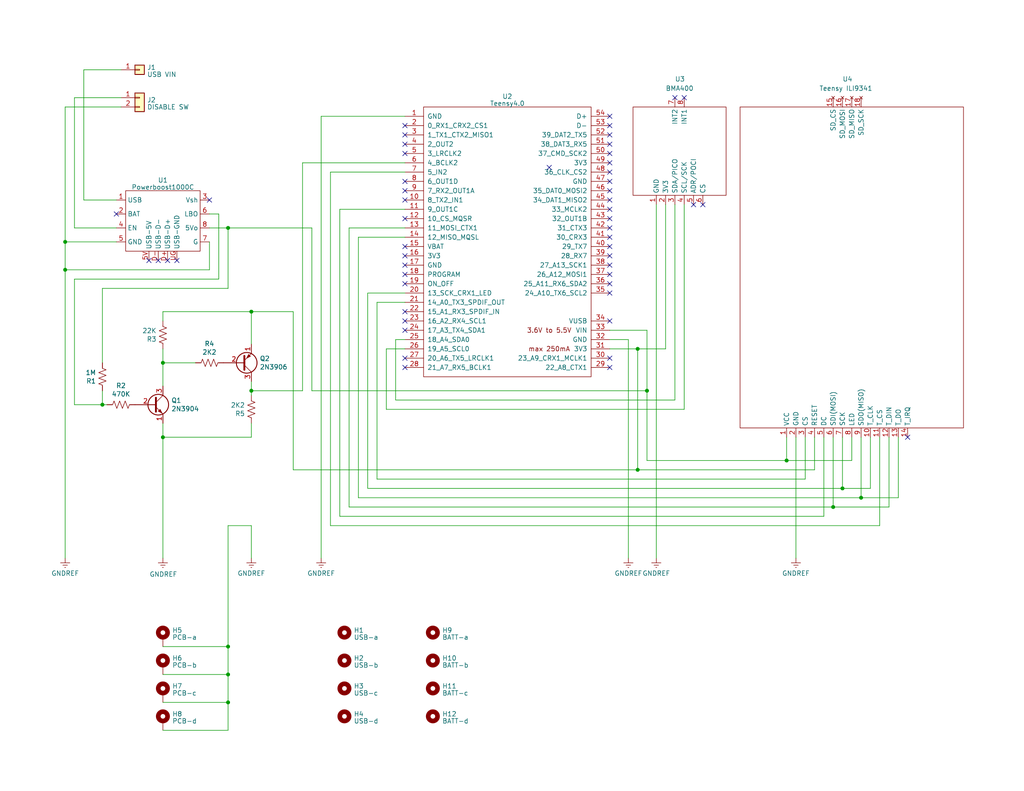
<source format=kicad_sch>
(kicad_sch (version 20230121) (generator eeschema)

  (uuid 40e83549-3702-4fa9-b9ab-1c775b6c5471)

  (paper "USLetter")

  (lib_symbols
    (symbol "Connector_Generic:Conn_01x01" (pin_names (offset 1.016) hide) (in_bom yes) (on_board yes)
      (property "Reference" "J" (at 0 2.54 0)
        (effects (font (size 1.27 1.27)))
      )
      (property "Value" "Conn_01x01" (at 0 -2.54 0)
        (effects (font (size 1.27 1.27)))
      )
      (property "Footprint" "" (at 0 0 0)
        (effects (font (size 1.27 1.27)) hide)
      )
      (property "Datasheet" "~" (at 0 0 0)
        (effects (font (size 1.27 1.27)) hide)
      )
      (property "ki_keywords" "connector" (at 0 0 0)
        (effects (font (size 1.27 1.27)) hide)
      )
      (property "ki_description" "Generic connector, single row, 01x01, script generated (kicad-library-utils/schlib/autogen/connector/)" (at 0 0 0)
        (effects (font (size 1.27 1.27)) hide)
      )
      (property "ki_fp_filters" "Connector*:*_1x??_*" (at 0 0 0)
        (effects (font (size 1.27 1.27)) hide)
      )
      (symbol "Conn_01x01_1_1"
        (rectangle (start -1.27 0.127) (end 0 -0.127)
          (stroke (width 0.1524) (type default))
          (fill (type none))
        )
        (rectangle (start -1.27 1.27) (end 1.27 -1.27)
          (stroke (width 0.254) (type default))
          (fill (type background))
        )
        (pin passive line (at -5.08 0 0) (length 3.81)
          (name "Pin_1" (effects (font (size 1.27 1.27))))
          (number "1" (effects (font (size 1.27 1.27))))
        )
      )
    )
    (symbol "Connector_Generic:Conn_01x02" (pin_names (offset 1.016) hide) (in_bom yes) (on_board yes)
      (property "Reference" "J" (at 0 2.54 0)
        (effects (font (size 1.27 1.27)))
      )
      (property "Value" "Conn_01x02" (at 0 -5.08 0)
        (effects (font (size 1.27 1.27)))
      )
      (property "Footprint" "" (at 0 0 0)
        (effects (font (size 1.27 1.27)) hide)
      )
      (property "Datasheet" "~" (at 0 0 0)
        (effects (font (size 1.27 1.27)) hide)
      )
      (property "ki_keywords" "connector" (at 0 0 0)
        (effects (font (size 1.27 1.27)) hide)
      )
      (property "ki_description" "Generic connector, single row, 01x02, script generated (kicad-library-utils/schlib/autogen/connector/)" (at 0 0 0)
        (effects (font (size 1.27 1.27)) hide)
      )
      (property "ki_fp_filters" "Connector*:*_1x??_*" (at 0 0 0)
        (effects (font (size 1.27 1.27)) hide)
      )
      (symbol "Conn_01x02_1_1"
        (rectangle (start -1.27 -2.413) (end 0 -2.667)
          (stroke (width 0.1524) (type default))
          (fill (type none))
        )
        (rectangle (start -1.27 0.127) (end 0 -0.127)
          (stroke (width 0.1524) (type default))
          (fill (type none))
        )
        (rectangle (start -1.27 1.27) (end 1.27 -3.81)
          (stroke (width 0.254) (type default))
          (fill (type background))
        )
        (pin passive line (at -5.08 0 0) (length 3.81)
          (name "Pin_1" (effects (font (size 1.27 1.27))))
          (number "1" (effects (font (size 1.27 1.27))))
        )
        (pin passive line (at -5.08 -2.54 0) (length 3.81)
          (name "Pin_2" (effects (font (size 1.27 1.27))))
          (number "2" (effects (font (size 1.27 1.27))))
        )
      )
    )
    (symbol "Device:R_US" (pin_numbers hide) (pin_names (offset 0)) (in_bom yes) (on_board yes)
      (property "Reference" "R" (at 2.54 0 90)
        (effects (font (size 1.27 1.27)))
      )
      (property "Value" "R_US" (at -2.54 0 90)
        (effects (font (size 1.27 1.27)))
      )
      (property "Footprint" "" (at 1.016 -0.254 90)
        (effects (font (size 1.27 1.27)) hide)
      )
      (property "Datasheet" "~" (at 0 0 0)
        (effects (font (size 1.27 1.27)) hide)
      )
      (property "ki_keywords" "R res resistor" (at 0 0 0)
        (effects (font (size 1.27 1.27)) hide)
      )
      (property "ki_description" "Resistor, US symbol" (at 0 0 0)
        (effects (font (size 1.27 1.27)) hide)
      )
      (property "ki_fp_filters" "R_*" (at 0 0 0)
        (effects (font (size 1.27 1.27)) hide)
      )
      (symbol "R_US_0_1"
        (polyline
          (pts
            (xy 0 -2.286)
            (xy 0 -2.54)
          )
          (stroke (width 0) (type default))
          (fill (type none))
        )
        (polyline
          (pts
            (xy 0 2.286)
            (xy 0 2.54)
          )
          (stroke (width 0) (type default))
          (fill (type none))
        )
        (polyline
          (pts
            (xy 0 -0.762)
            (xy 1.016 -1.143)
            (xy 0 -1.524)
            (xy -1.016 -1.905)
            (xy 0 -2.286)
          )
          (stroke (width 0) (type default))
          (fill (type none))
        )
        (polyline
          (pts
            (xy 0 0.762)
            (xy 1.016 0.381)
            (xy 0 0)
            (xy -1.016 -0.381)
            (xy 0 -0.762)
          )
          (stroke (width 0) (type default))
          (fill (type none))
        )
        (polyline
          (pts
            (xy 0 2.286)
            (xy 1.016 1.905)
            (xy 0 1.524)
            (xy -1.016 1.143)
            (xy 0 0.762)
          )
          (stroke (width 0) (type default))
          (fill (type none))
        )
      )
      (symbol "R_US_1_1"
        (pin passive line (at 0 3.81 270) (length 1.27)
          (name "~" (effects (font (size 1.27 1.27))))
          (number "1" (effects (font (size 1.27 1.27))))
        )
        (pin passive line (at 0 -3.81 90) (length 1.27)
          (name "~" (effects (font (size 1.27 1.27))))
          (number "2" (effects (font (size 1.27 1.27))))
        )
      )
    )
    (symbol "MJC:BMA400" (in_bom yes) (on_board yes)
      (property "Reference" "U" (at -17.78 -15.24 0)
        (effects (font (size 1.27 1.27)))
      )
      (property "Value" "BMA400" (at -17.78 -17.78 0)
        (effects (font (size 1.27 1.27)))
      )
      (property "Footprint" "" (at -17.78 -16.51 0)
        (effects (font (size 1.27 1.27)) hide)
      )
      (property "Datasheet" "" (at -17.78 -16.51 0)
        (effects (font (size 1.27 1.27)) hide)
      )
      (symbol "BMA400_0_1"
        (rectangle (start -12.7 -3.81) (end 12.7 -27.94)
          (stroke (width 0) (type default))
          (fill (type none))
        )
      )
      (symbol "BMA400_1_1"
        (pin power_in line (at -6.35 -30.48 90) (length 2.54)
          (name "GND" (effects (font (size 1.27 1.27))))
          (number "1" (effects (font (size 1.27 1.27))))
        )
        (pin power_in line (at -3.81 -30.48 90) (length 2.54)
          (name "3V3" (effects (font (size 1.27 1.27))))
          (number "2" (effects (font (size 1.27 1.27))))
        )
        (pin bidirectional line (at -1.27 -30.48 90) (length 2.54)
          (name "SDA/PICO" (effects (font (size 1.27 1.27))))
          (number "3" (effects (font (size 1.27 1.27))))
        )
        (pin input line (at 1.27 -30.48 90) (length 2.54)
          (name "SCL/SCK" (effects (font (size 1.27 1.27))))
          (number "4" (effects (font (size 1.27 1.27))))
        )
        (pin input line (at 3.81 -30.48 90) (length 2.54)
          (name "ADR/POCI" (effects (font (size 1.27 1.27))))
          (number "5" (effects (font (size 1.27 1.27))))
        )
        (pin input line (at 6.35 -30.48 90) (length 2.54)
          (name "CS" (effects (font (size 1.27 1.27))))
          (number "6" (effects (font (size 1.27 1.27))))
        )
        (pin output line (at -1.27 -1.27 270) (length 2.54)
          (name "INT2" (effects (font (size 1.27 1.27))))
          (number "7" (effects (font (size 1.27 1.27))))
        )
        (pin output line (at 1.27 -1.27 270) (length 2.54)
          (name "INT1" (effects (font (size 1.27 1.27))))
          (number "8" (effects (font (size 1.27 1.27))))
        )
      )
    )
    (symbol "MJC:Powerboost1000C" (in_bom yes) (on_board yes)
      (property "Reference" "U" (at 0 17.78 0)
        (effects (font (size 1.27 1.27)))
      )
      (property "Value" "Powerboost1000C" (at 0 15.0114 0)
        (effects (font (size 1.27 1.27)))
      )
      (property "Footprint" "" (at 0 16.51 0)
        (effects (font (size 1.27 1.27)) hide)
      )
      (property "Datasheet" "" (at 0 16.51 0)
        (effects (font (size 1.27 1.27)) hide)
      )
      (symbol "Powerboost1000C_0_1"
        (rectangle (start 10.16 12.7) (end -10.16 -3.81)
          (stroke (width 0) (type solid))
          (fill (type none))
        )
      )
      (symbol "Powerboost1000C_1_1"
        (pin power_in line (at -12.7 10.16 0) (length 2.54)
          (name "USB" (effects (font (size 1.27 1.27))))
          (number "1" (effects (font (size 1.27 1.27))))
        )
        (pin power_in line (at -12.7 6.35 0) (length 2.54)
          (name "BAT" (effects (font (size 1.27 1.27))))
          (number "2" (effects (font (size 1.27 1.27))))
        )
        (pin passive line (at 12.7 10.16 180) (length 2.54)
          (name "Vsh" (effects (font (size 1.27 1.27))))
          (number "3" (effects (font (size 1.27 1.27))))
        )
        (pin input line (at -12.7 2.54 0) (length 2.54)
          (name "EN" (effects (font (size 1.27 1.27))))
          (number "4" (effects (font (size 1.27 1.27))))
        )
        (pin passive line (at -12.7 -1.27 0) (length 2.54)
          (name "GND" (effects (font (size 1.27 1.27))))
          (number "5" (effects (font (size 1.27 1.27))))
        )
        (pin passive line (at -3.81 -6.35 90) (length 2.54)
          (name "USB-5V" (effects (font (size 1.27 1.27))))
          (number "5V" (effects (font (size 1.27 1.27))))
        )
        (pin output line (at 12.7 6.35 180) (length 2.54)
          (name "LBO" (effects (font (size 1.27 1.27))))
          (number "6" (effects (font (size 1.27 1.27))))
        )
        (pin passive line (at 12.7 -1.27 180) (length 2.54)
          (name "G" (effects (font (size 1.27 1.27))))
          (number "7" (effects (font (size 1.27 1.27))))
        )
        (pin power_out line (at 12.7 2.54 180) (length 2.54)
          (name "5Vo" (effects (font (size 1.27 1.27))))
          (number "8" (effects (font (size 1.27 1.27))))
        )
        (pin passive line (at 1.27 -6.35 90) (length 2.54)
          (name "USB-D+" (effects (font (size 1.27 1.27))))
          (number "D+" (effects (font (size 1.27 1.27))))
        )
        (pin passive line (at -1.27 -6.35 90) (length 2.54)
          (name "USB-D-" (effects (font (size 1.27 1.27))))
          (number "D-" (effects (font (size 1.27 1.27))))
        )
        (pin passive line (at 3.81 -6.35 90) (length 2.54)
          (name "USB-GND" (effects (font (size 1.27 1.27))))
          (number "UG" (effects (font (size 1.27 1.27))))
        )
      )
    )
    (symbol "Mechanical:MountingHole" (pin_names (offset 1.016)) (in_bom yes) (on_board yes)
      (property "Reference" "H" (at 0 5.08 0)
        (effects (font (size 1.27 1.27)))
      )
      (property "Value" "MountingHole" (at 0 3.175 0)
        (effects (font (size 1.27 1.27)))
      )
      (property "Footprint" "" (at 0 0 0)
        (effects (font (size 1.27 1.27)) hide)
      )
      (property "Datasheet" "~" (at 0 0 0)
        (effects (font (size 1.27 1.27)) hide)
      )
      (property "ki_keywords" "mounting hole" (at 0 0 0)
        (effects (font (size 1.27 1.27)) hide)
      )
      (property "ki_description" "Mounting Hole without connection" (at 0 0 0)
        (effects (font (size 1.27 1.27)) hide)
      )
      (property "ki_fp_filters" "MountingHole*" (at 0 0 0)
        (effects (font (size 1.27 1.27)) hide)
      )
      (symbol "MountingHole_0_1"
        (circle (center 0 0) (radius 1.27)
          (stroke (width 1.27) (type default))
          (fill (type none))
        )
      )
    )
    (symbol "Mechanical:MountingHole_Pad" (pin_numbers hide) (pin_names (offset 1.016) hide) (in_bom yes) (on_board yes)
      (property "Reference" "H" (at 0 6.35 0)
        (effects (font (size 1.27 1.27)))
      )
      (property "Value" "MountingHole_Pad" (at 0 4.445 0)
        (effects (font (size 1.27 1.27)))
      )
      (property "Footprint" "" (at 0 0 0)
        (effects (font (size 1.27 1.27)) hide)
      )
      (property "Datasheet" "~" (at 0 0 0)
        (effects (font (size 1.27 1.27)) hide)
      )
      (property "ki_keywords" "mounting hole" (at 0 0 0)
        (effects (font (size 1.27 1.27)) hide)
      )
      (property "ki_description" "Mounting Hole with connection" (at 0 0 0)
        (effects (font (size 1.27 1.27)) hide)
      )
      (property "ki_fp_filters" "MountingHole*Pad*" (at 0 0 0)
        (effects (font (size 1.27 1.27)) hide)
      )
      (symbol "MountingHole_Pad_0_1"
        (circle (center 0 1.27) (radius 1.27)
          (stroke (width 1.27) (type default))
          (fill (type none))
        )
      )
      (symbol "MountingHole_Pad_1_1"
        (pin input line (at 0 -2.54 90) (length 2.54)
          (name "1" (effects (font (size 1.27 1.27))))
          (number "1" (effects (font (size 1.27 1.27))))
        )
      )
    )
    (symbol "Transistor_BJT:2N3904" (pin_names (offset 0) hide) (in_bom yes) (on_board yes)
      (property "Reference" "Q" (at 5.08 1.905 0)
        (effects (font (size 1.27 1.27)) (justify left))
      )
      (property "Value" "2N3904" (at 5.08 0 0)
        (effects (font (size 1.27 1.27)) (justify left))
      )
      (property "Footprint" "Package_TO_SOT_THT:TO-92_Inline" (at 5.08 -1.905 0)
        (effects (font (size 1.27 1.27) italic) (justify left) hide)
      )
      (property "Datasheet" "https://www.onsemi.com/pub/Collateral/2N3903-D.PDF" (at 0 0 0)
        (effects (font (size 1.27 1.27)) (justify left) hide)
      )
      (property "ki_keywords" "NPN Transistor" (at 0 0 0)
        (effects (font (size 1.27 1.27)) hide)
      )
      (property "ki_description" "0.2A Ic, 40V Vce, Small Signal NPN Transistor, TO-92" (at 0 0 0)
        (effects (font (size 1.27 1.27)) hide)
      )
      (property "ki_fp_filters" "TO?92*" (at 0 0 0)
        (effects (font (size 1.27 1.27)) hide)
      )
      (symbol "2N3904_0_1"
        (polyline
          (pts
            (xy 0.635 0.635)
            (xy 2.54 2.54)
          )
          (stroke (width 0) (type default))
          (fill (type none))
        )
        (polyline
          (pts
            (xy 0.635 -0.635)
            (xy 2.54 -2.54)
            (xy 2.54 -2.54)
          )
          (stroke (width 0) (type default))
          (fill (type none))
        )
        (polyline
          (pts
            (xy 0.635 1.905)
            (xy 0.635 -1.905)
            (xy 0.635 -1.905)
          )
          (stroke (width 0.508) (type default))
          (fill (type none))
        )
        (polyline
          (pts
            (xy 1.27 -1.778)
            (xy 1.778 -1.27)
            (xy 2.286 -2.286)
            (xy 1.27 -1.778)
            (xy 1.27 -1.778)
          )
          (stroke (width 0) (type default))
          (fill (type outline))
        )
        (circle (center 1.27 0) (radius 2.8194)
          (stroke (width 0.254) (type default))
          (fill (type none))
        )
      )
      (symbol "2N3904_1_1"
        (pin passive line (at 2.54 -5.08 90) (length 2.54)
          (name "E" (effects (font (size 1.27 1.27))))
          (number "1" (effects (font (size 1.27 1.27))))
        )
        (pin passive line (at -5.08 0 0) (length 5.715)
          (name "B" (effects (font (size 1.27 1.27))))
          (number "2" (effects (font (size 1.27 1.27))))
        )
        (pin passive line (at 2.54 5.08 270) (length 2.54)
          (name "C" (effects (font (size 1.27 1.27))))
          (number "3" (effects (font (size 1.27 1.27))))
        )
      )
    )
    (symbol "Transistor_BJT:2N3906" (pin_names (offset 0) hide) (in_bom yes) (on_board yes)
      (property "Reference" "Q" (at 5.08 1.905 0)
        (effects (font (size 1.27 1.27)) (justify left))
      )
      (property "Value" "2N3906" (at 5.08 0 0)
        (effects (font (size 1.27 1.27)) (justify left))
      )
      (property "Footprint" "Package_TO_SOT_THT:TO-92_Inline" (at 5.08 -1.905 0)
        (effects (font (size 1.27 1.27) italic) (justify left) hide)
      )
      (property "Datasheet" "https://www.onsemi.com/pub/Collateral/2N3906-D.PDF" (at 0 0 0)
        (effects (font (size 1.27 1.27)) (justify left) hide)
      )
      (property "ki_keywords" "PNP Transistor" (at 0 0 0)
        (effects (font (size 1.27 1.27)) hide)
      )
      (property "ki_description" "-0.2A Ic, -40V Vce, Small Signal PNP Transistor, TO-92" (at 0 0 0)
        (effects (font (size 1.27 1.27)) hide)
      )
      (property "ki_fp_filters" "TO?92*" (at 0 0 0)
        (effects (font (size 1.27 1.27)) hide)
      )
      (symbol "2N3906_0_1"
        (polyline
          (pts
            (xy 0.635 0.635)
            (xy 2.54 2.54)
          )
          (stroke (width 0) (type default))
          (fill (type none))
        )
        (polyline
          (pts
            (xy 0.635 -0.635)
            (xy 2.54 -2.54)
            (xy 2.54 -2.54)
          )
          (stroke (width 0) (type default))
          (fill (type none))
        )
        (polyline
          (pts
            (xy 0.635 1.905)
            (xy 0.635 -1.905)
            (xy 0.635 -1.905)
          )
          (stroke (width 0.508) (type default))
          (fill (type none))
        )
        (polyline
          (pts
            (xy 2.286 -1.778)
            (xy 1.778 -2.286)
            (xy 1.27 -1.27)
            (xy 2.286 -1.778)
            (xy 2.286 -1.778)
          )
          (stroke (width 0) (type default))
          (fill (type outline))
        )
        (circle (center 1.27 0) (radius 2.8194)
          (stroke (width 0.254) (type default))
          (fill (type none))
        )
      )
      (symbol "2N3906_1_1"
        (pin passive line (at 2.54 -5.08 90) (length 2.54)
          (name "E" (effects (font (size 1.27 1.27))))
          (number "1" (effects (font (size 1.27 1.27))))
        )
        (pin input line (at -5.08 0 0) (length 5.715)
          (name "B" (effects (font (size 1.27 1.27))))
          (number "2" (effects (font (size 1.27 1.27))))
        )
        (pin passive line (at 2.54 5.08 270) (length 2.54)
          (name "C" (effects (font (size 1.27 1.27))))
          (number "3" (effects (font (size 1.27 1.27))))
        )
      )
    )
    (symbol "power:GNDREF" (power) (pin_names (offset 0)) (in_bom yes) (on_board yes)
      (property "Reference" "#PWR" (at 0 -6.35 0)
        (effects (font (size 1.27 1.27)) hide)
      )
      (property "Value" "GNDREF" (at 0 -3.81 0)
        (effects (font (size 1.27 1.27)))
      )
      (property "Footprint" "" (at 0 0 0)
        (effects (font (size 1.27 1.27)) hide)
      )
      (property "Datasheet" "" (at 0 0 0)
        (effects (font (size 1.27 1.27)) hide)
      )
      (property "ki_keywords" "global power" (at 0 0 0)
        (effects (font (size 1.27 1.27)) hide)
      )
      (property "ki_description" "Power symbol creates a global label with name \"GNDREF\" , reference supply ground" (at 0 0 0)
        (effects (font (size 1.27 1.27)) hide)
      )
      (symbol "GNDREF_0_1"
        (polyline
          (pts
            (xy -0.635 -1.905)
            (xy 0.635 -1.905)
          )
          (stroke (width 0) (type default))
          (fill (type none))
        )
        (polyline
          (pts
            (xy -0.127 -2.54)
            (xy 0.127 -2.54)
          )
          (stroke (width 0) (type default))
          (fill (type none))
        )
        (polyline
          (pts
            (xy 0 -1.27)
            (xy 0 0)
          )
          (stroke (width 0) (type default))
          (fill (type none))
        )
        (polyline
          (pts
            (xy 1.27 -1.27)
            (xy -1.27 -1.27)
          )
          (stroke (width 0) (type default))
          (fill (type none))
        )
      )
      (symbol "GNDREF_1_1"
        (pin power_in line (at 0 0 270) (length 0) hide
          (name "GNDREF" (effects (font (size 1.27 1.27))))
          (number "1" (effects (font (size 1.27 1.27))))
        )
      )
    )
    (symbol "teensy:Teensy4.0" (pin_names (offset 1.016)) (in_bom yes) (on_board yes)
      (property "Reference" "U" (at 0 39.37 0)
        (effects (font (size 1.27 1.27)))
      )
      (property "Value" "Teensy4.0" (at 0 -39.37 0)
        (effects (font (size 1.27 1.27)))
      )
      (property "Footprint" "" (at -10.16 5.08 0)
        (effects (font (size 1.27 1.27)) hide)
      )
      (property "Datasheet" "" (at -10.16 5.08 0)
        (effects (font (size 1.27 1.27)) hide)
      )
      (symbol "Teensy4.0_0_0"
        (text "3.6V to 5.5V" (at 11.43 -24.13 0)
          (effects (font (size 1.27 1.27)))
        )
        (text "max 250mA" (at 11.43 -29.21 0)
          (effects (font (size 1.27 1.27)))
        )
        (pin bidirectional line (at -27.94 11.43 0) (length 5.08)
          (name "8_TX2_IN1" (effects (font (size 1.27 1.27))))
          (number "10" (effects (font (size 1.27 1.27))))
        )
        (pin bidirectional line (at -27.94 8.89 0) (length 5.08)
          (name "9_OUT1C" (effects (font (size 1.27 1.27))))
          (number "11" (effects (font (size 1.27 1.27))))
        )
        (pin bidirectional line (at -27.94 6.35 0) (length 5.08)
          (name "10_CS_MQSR" (effects (font (size 1.27 1.27))))
          (number "12" (effects (font (size 1.27 1.27))))
        )
        (pin bidirectional line (at -27.94 3.81 0) (length 5.08)
          (name "11_MOSI_CTX1" (effects (font (size 1.27 1.27))))
          (number "13" (effects (font (size 1.27 1.27))))
        )
        (pin bidirectional line (at -27.94 1.27 0) (length 5.08)
          (name "12_MISO_MQSL" (effects (font (size 1.27 1.27))))
          (number "14" (effects (font (size 1.27 1.27))))
        )
        (pin power_in line (at -27.94 -1.27 0) (length 5.08)
          (name "VBAT" (effects (font (size 1.27 1.27))))
          (number "15" (effects (font (size 1.27 1.27))))
        )
        (pin power_in line (at -27.94 -3.81 0) (length 5.08)
          (name "3V3" (effects (font (size 1.27 1.27))))
          (number "16" (effects (font (size 1.27 1.27))))
        )
        (pin power_in line (at -27.94 -6.35 0) (length 5.08)
          (name "GND" (effects (font (size 1.27 1.27))))
          (number "17" (effects (font (size 1.27 1.27))))
        )
        (pin input line (at -27.94 -8.89 0) (length 5.08)
          (name "PROGRAM" (effects (font (size 1.27 1.27))))
          (number "18" (effects (font (size 1.27 1.27))))
        )
        (pin input line (at -27.94 -11.43 0) (length 5.08)
          (name "ON_OFF" (effects (font (size 1.27 1.27))))
          (number "19" (effects (font (size 1.27 1.27))))
        )
        (pin bidirectional line (at -27.94 -13.97 0) (length 5.08)
          (name "13_SCK_CRX1_LED" (effects (font (size 1.27 1.27))))
          (number "20" (effects (font (size 1.27 1.27))))
        )
        (pin bidirectional line (at -27.94 -16.51 0) (length 5.08)
          (name "14_A0_TX3_SPDIF_OUT" (effects (font (size 1.27 1.27))))
          (number "21" (effects (font (size 1.27 1.27))))
        )
        (pin bidirectional line (at -27.94 -19.05 0) (length 5.08)
          (name "15_A1_RX3_SPDIF_IN" (effects (font (size 1.27 1.27))))
          (number "22" (effects (font (size 1.27 1.27))))
        )
        (pin bidirectional line (at -27.94 -21.59 0) (length 5.08)
          (name "16_A2_RX4_SCL1" (effects (font (size 1.27 1.27))))
          (number "23" (effects (font (size 1.27 1.27))))
        )
        (pin bidirectional line (at -27.94 -24.13 0) (length 5.08)
          (name "17_A3_TX4_SDA1" (effects (font (size 1.27 1.27))))
          (number "24" (effects (font (size 1.27 1.27))))
        )
        (pin bidirectional line (at -27.94 -26.67 0) (length 5.08)
          (name "18_A4_SDA0" (effects (font (size 1.27 1.27))))
          (number "25" (effects (font (size 1.27 1.27))))
        )
        (pin bidirectional line (at -27.94 -29.21 0) (length 5.08)
          (name "19_A5_SCL0" (effects (font (size 1.27 1.27))))
          (number "26" (effects (font (size 1.27 1.27))))
        )
        (pin bidirectional line (at -27.94 -31.75 0) (length 5.08)
          (name "20_A6_TX5_LRCLK1" (effects (font (size 1.27 1.27))))
          (number "27" (effects (font (size 1.27 1.27))))
        )
        (pin bidirectional line (at -27.94 -34.29 0) (length 5.08)
          (name "21_A7_RX5_BCLK1" (effects (font (size 1.27 1.27))))
          (number "28" (effects (font (size 1.27 1.27))))
        )
        (pin bidirectional line (at 27.94 -34.29 180) (length 5.08)
          (name "22_A8_CTX1" (effects (font (size 1.27 1.27))))
          (number "29" (effects (font (size 1.27 1.27))))
        )
        (pin bidirectional line (at 27.94 -31.75 180) (length 5.08)
          (name "23_A9_CRX1_MCLK1" (effects (font (size 1.27 1.27))))
          (number "30" (effects (font (size 1.27 1.27))))
        )
        (pin power_out line (at 27.94 -29.21 180) (length 5.08)
          (name "3V3" (effects (font (size 1.27 1.27))))
          (number "31" (effects (font (size 1.27 1.27))))
        )
        (pin power_in line (at 27.94 -26.67 180) (length 5.08)
          (name "GND" (effects (font (size 1.27 1.27))))
          (number "32" (effects (font (size 1.27 1.27))))
        )
        (pin power_in line (at 27.94 -24.13 180) (length 5.08)
          (name "VIN" (effects (font (size 1.27 1.27))))
          (number "33" (effects (font (size 1.27 1.27))))
        )
        (pin power_out line (at 27.94 -21.59 180) (length 5.08)
          (name "VUSB" (effects (font (size 1.27 1.27))))
          (number "34" (effects (font (size 1.27 1.27))))
        )
        (pin bidirectional line (at 27.94 -13.97 180) (length 5.08)
          (name "24_A10_TX6_SCL2" (effects (font (size 1.27 1.27))))
          (number "35" (effects (font (size 1.27 1.27))))
        )
        (pin bidirectional line (at 27.94 -11.43 180) (length 5.08)
          (name "25_A11_RX6_SDA2" (effects (font (size 1.27 1.27))))
          (number "36" (effects (font (size 1.27 1.27))))
        )
        (pin bidirectional line (at 27.94 -8.89 180) (length 5.08)
          (name "26_A12_MOSI1" (effects (font (size 1.27 1.27))))
          (number "37" (effects (font (size 1.27 1.27))))
        )
        (pin bidirectional line (at 27.94 -6.35 180) (length 5.08)
          (name "27_A13_SCK1" (effects (font (size 1.27 1.27))))
          (number "38" (effects (font (size 1.27 1.27))))
        )
        (pin bidirectional line (at 27.94 -3.81 180) (length 5.08)
          (name "28_RX7" (effects (font (size 1.27 1.27))))
          (number "39" (effects (font (size 1.27 1.27))))
        )
        (pin bidirectional line (at 27.94 -1.27 180) (length 5.08)
          (name "29_TX7" (effects (font (size 1.27 1.27))))
          (number "40" (effects (font (size 1.27 1.27))))
        )
        (pin bidirectional line (at 27.94 1.27 180) (length 5.08)
          (name "30_CRX3" (effects (font (size 1.27 1.27))))
          (number "41" (effects (font (size 1.27 1.27))))
        )
        (pin bidirectional line (at 27.94 3.81 180) (length 5.08)
          (name "31_CTX3" (effects (font (size 1.27 1.27))))
          (number "42" (effects (font (size 1.27 1.27))))
        )
        (pin bidirectional line (at 27.94 6.35 180) (length 5.08)
          (name "32_OUT1B" (effects (font (size 1.27 1.27))))
          (number "43" (effects (font (size 1.27 1.27))))
        )
        (pin bidirectional line (at 27.94 8.89 180) (length 5.08)
          (name "33_MCLK2" (effects (font (size 1.27 1.27))))
          (number "44" (effects (font (size 1.27 1.27))))
        )
        (pin bidirectional line (at 27.94 11.43 180) (length 5.08)
          (name "34_DAT1_MISO2" (effects (font (size 1.27 1.27))))
          (number "45" (effects (font (size 1.27 1.27))))
        )
        (pin bidirectional line (at 27.94 13.97 180) (length 5.08)
          (name "35_DAT0_MOSI2" (effects (font (size 1.27 1.27))))
          (number "46" (effects (font (size 1.27 1.27))))
        )
        (pin power_in line (at 27.94 16.51 180) (length 5.08)
          (name "GND" (effects (font (size 1.27 1.27))))
          (number "47" (effects (font (size 1.27 1.27))))
        )
        (pin bidirectional line (at 27.94 19.05 180) (length 5.08)
          (name "36_CLK_CS2" (effects (font (size 1.27 1.27))))
          (number "48" (effects (font (size 1.27 1.27))))
        )
        (pin power_out line (at 27.94 21.59 180) (length 5.08)
          (name "3V3" (effects (font (size 1.27 1.27))))
          (number "49" (effects (font (size 1.27 1.27))))
        )
        (pin bidirectional line (at -27.94 24.13 0) (length 5.08)
          (name "3_LRCLK2" (effects (font (size 1.27 1.27))))
          (number "5" (effects (font (size 1.27 1.27))))
        )
        (pin bidirectional line (at 27.94 24.13 180) (length 5.08)
          (name "37_CMD_SCK2" (effects (font (size 1.27 1.27))))
          (number "50" (effects (font (size 1.27 1.27))))
        )
        (pin bidirectional line (at 27.94 26.67 180) (length 5.08)
          (name "38_DAT3_RX5" (effects (font (size 1.27 1.27))))
          (number "51" (effects (font (size 1.27 1.27))))
        )
        (pin bidirectional line (at 27.94 29.21 180) (length 5.08)
          (name "39_DAT2_TX5" (effects (font (size 1.27 1.27))))
          (number "52" (effects (font (size 1.27 1.27))))
        )
        (pin bidirectional line (at 27.94 31.75 180) (length 5.08)
          (name "D-" (effects (font (size 1.27 1.27))))
          (number "53" (effects (font (size 1.27 1.27))))
        )
        (pin bidirectional line (at 27.94 34.29 180) (length 5.08)
          (name "D+" (effects (font (size 1.27 1.27))))
          (number "54" (effects (font (size 1.27 1.27))))
        )
        (pin bidirectional line (at -27.94 21.59 0) (length 5.08)
          (name "4_BCLK2" (effects (font (size 1.27 1.27))))
          (number "6" (effects (font (size 1.27 1.27))))
        )
        (pin bidirectional line (at -27.94 19.05 0) (length 5.08)
          (name "5_IN2" (effects (font (size 1.27 1.27))))
          (number "7" (effects (font (size 1.27 1.27))))
        )
        (pin bidirectional line (at -27.94 16.51 0) (length 5.08)
          (name "6_OUT1D" (effects (font (size 1.27 1.27))))
          (number "8" (effects (font (size 1.27 1.27))))
        )
        (pin bidirectional line (at -27.94 13.97 0) (length 5.08)
          (name "7_RX2_OUT1A" (effects (font (size 1.27 1.27))))
          (number "9" (effects (font (size 1.27 1.27))))
        )
      )
      (symbol "Teensy4.0_0_1"
        (rectangle (start -22.86 36.83) (end 22.86 -36.83)
          (stroke (width 0) (type solid))
          (fill (type none))
        )
        (rectangle (start -20.32 -31.75) (end -20.32 -31.75)
          (stroke (width 0) (type solid))
          (fill (type none))
        )
      )
      (symbol "Teensy4.0_1_1"
        (pin power_in line (at -27.94 34.29 0) (length 5.08)
          (name "GND" (effects (font (size 1.27 1.27))))
          (number "1" (effects (font (size 1.27 1.27))))
        )
        (pin bidirectional line (at -27.94 31.75 0) (length 5.08)
          (name "0_RX1_CRX2_CS1" (effects (font (size 1.27 1.27))))
          (number "2" (effects (font (size 1.27 1.27))))
        )
        (pin bidirectional line (at -27.94 29.21 0) (length 5.08)
          (name "1_TX1_CTX2_MISO1" (effects (font (size 1.27 1.27))))
          (number "3" (effects (font (size 1.27 1.27))))
        )
        (pin bidirectional line (at -27.94 26.67 0) (length 5.08)
          (name "2_OUT2" (effects (font (size 1.27 1.27))))
          (number "4" (effects (font (size 1.27 1.27))))
        )
      )
    )
    (symbol "teensy:Teensy_ILI9341" (in_bom yes) (on_board yes)
      (property "Reference" "U" (at 0 1.27 0)
        (effects (font (size 1.27 1.27)))
      )
      (property "Value" "Teensy ILI9341" (at 0 0 0)
        (effects (font (size 1.27 1.27)))
      )
      (property "Footprint" "" (at 0 0 0)
        (effects (font (size 1.27 1.27)) hide)
      )
      (property "Datasheet" "" (at 0 0 0)
        (effects (font (size 1.27 1.27)) hide)
      )
      (symbol "Teensy_ILI9341_1_1"
        (rectangle (start -25.4 -2.54) (end 62.23 -63.5)
          (stroke (width 0) (type default))
          (fill (type none))
        )
        (pin power_in line (at -27.94 -15.24 0) (length 2.54)
          (name "VCC" (effects (font (size 1.27 1.27))))
          (number "1" (effects (font (size 1.27 1.27))))
        )
        (pin input line (at -27.94 -38.1 0) (length 2.54)
          (name "T_CLK" (effects (font (size 1.27 1.27))))
          (number "10" (effects (font (size 1.27 1.27))))
        )
        (pin input line (at -27.94 -40.64 0) (length 2.54)
          (name "T_CS" (effects (font (size 1.27 1.27))))
          (number "11" (effects (font (size 1.27 1.27))))
        )
        (pin input line (at -27.94 -43.18 0) (length 2.54)
          (name "T_DIN" (effects (font (size 1.27 1.27))))
          (number "12" (effects (font (size 1.27 1.27))))
        )
        (pin output line (at -27.94 -45.72 0) (length 2.54)
          (name "T_DO" (effects (font (size 1.27 1.27))))
          (number "13" (effects (font (size 1.27 1.27))))
        )
        (pin output line (at -27.94 -48.26 0) (length 2.54)
          (name "T_IRQ" (effects (font (size 1.27 1.27))))
          (number "14" (effects (font (size 1.27 1.27))))
        )
        (pin no_connect line (at 64.77 -27.94 180) (length 2.54)
          (name "SD_CS" (effects (font (size 1.27 1.27))))
          (number "15" (effects (font (size 1.27 1.27))))
        )
        (pin no_connect line (at 64.77 -30.48 180) (length 2.54)
          (name "SD_MOSI" (effects (font (size 1.27 1.27))))
          (number "16" (effects (font (size 1.27 1.27))))
        )
        (pin no_connect line (at 64.77 -33.02 180) (length 2.54)
          (name "SD_MISO" (effects (font (size 1.27 1.27))))
          (number "17" (effects (font (size 1.27 1.27))))
        )
        (pin no_connect line (at 64.77 -35.56 180) (length 2.54)
          (name "SD_SCK" (effects (font (size 1.27 1.27))))
          (number "18" (effects (font (size 1.27 1.27))))
        )
        (pin power_in line (at -27.94 -17.78 0) (length 2.54)
          (name "GND" (effects (font (size 1.27 1.27))))
          (number "2" (effects (font (size 1.27 1.27))))
        )
        (pin input line (at -27.94 -20.32 0) (length 2.54)
          (name "CS" (effects (font (size 1.27 1.27))))
          (number "3" (effects (font (size 1.27 1.27))))
        )
        (pin input line (at -27.94 -22.86 0) (length 2.54)
          (name "RESET" (effects (font (size 1.27 1.27))))
          (number "4" (effects (font (size 1.27 1.27))))
        )
        (pin input line (at -27.94 -25.4 0) (length 2.54)
          (name "DC" (effects (font (size 1.27 1.27))))
          (number "5" (effects (font (size 1.27 1.27))))
        )
        (pin input line (at -27.94 -27.94 0) (length 2.54)
          (name "SDI(MOSI)" (effects (font (size 1.27 1.27))))
          (number "6" (effects (font (size 1.27 1.27))))
        )
        (pin input line (at -27.94 -30.48 0) (length 2.54)
          (name "SCK" (effects (font (size 1.27 1.27))))
          (number "7" (effects (font (size 1.27 1.27))))
        )
        (pin input line (at -27.94 -33.02 0) (length 2.54)
          (name "LED" (effects (font (size 1.27 1.27))))
          (number "8" (effects (font (size 1.27 1.27))))
        )
        (pin output line (at -27.94 -35.56 0) (length 2.54)
          (name "SDO(MISO)" (effects (font (size 1.27 1.27))))
          (number "9" (effects (font (size 1.27 1.27))))
        )
      )
    )
  )

  (junction (at 17.78 66.04) (diameter 0) (color 0 0 0 0)
    (uuid 2473a28f-baae-4931-b25a-0d7b0365472f)
  )
  (junction (at 62.23 176.53) (diameter 0) (color 0 0 0 0)
    (uuid 408316ac-3295-4bbe-a771-63410263d1ca)
  )
  (junction (at 27.94 110.49) (diameter 0) (color 0 0 0 0)
    (uuid 4cd2c0ae-2524-4284-b940-533e8d4b0b62)
  )
  (junction (at 17.78 73.66) (diameter 0) (color 0 0 0 0)
    (uuid 4d0eb4dc-0213-4bbd-a24f-fcc6309f8ee4)
  )
  (junction (at 234.95 135.89) (diameter 0) (color 0 0 0 0)
    (uuid 55f59fc1-d50f-417a-879a-ba4befa6eaab)
  )
  (junction (at 44.45 99.06) (diameter 0) (color 0 0 0 0)
    (uuid 58d3e9a7-fa92-4c50-a145-b70428e37710)
  )
  (junction (at 68.58 106.68) (diameter 0) (color 0 0 0 0)
    (uuid 5cc168d1-2104-44b0-ab0f-ccf3d4ac64fa)
  )
  (junction (at 62.23 191.77) (diameter 0) (color 0 0 0 0)
    (uuid 61b153e3-1038-4aaa-a4e1-799b8eaa6412)
  )
  (junction (at 173.99 128.27) (diameter 0) (color 0 0 0 0)
    (uuid 7146bb69-59cd-4d28-8826-af2b2c68074e)
  )
  (junction (at 173.99 95.25) (diameter 0) (color 0 0 0 0)
    (uuid 81b8be08-d0fb-4f34-aa76-0158a63e919e)
  )
  (junction (at 62.23 184.15) (diameter 0) (color 0 0 0 0)
    (uuid 975541e4-158d-4919-b9ee-07a45dc1ebe0)
  )
  (junction (at 214.63 125.73) (diameter 0) (color 0 0 0 0)
    (uuid 98192a8f-f2be-4d9b-aa23-3a494e66efac)
  )
  (junction (at 227.33 138.43) (diameter 0) (color 0 0 0 0)
    (uuid 9a8ebbc5-0cf0-4837-a518-bd80cf278af3)
  )
  (junction (at 44.45 119.38) (diameter 0) (color 0 0 0 0)
    (uuid 9fa6d00a-1d66-48e2-aff1-b5b90888c677)
  )
  (junction (at 62.23 62.23) (diameter 0) (color 0 0 0 0)
    (uuid a04690b0-fe59-44f9-b90e-72c702316a17)
  )
  (junction (at 176.53 106.68) (diameter 0) (color 0 0 0 0)
    (uuid d4863880-2089-48c7-b1a6-f6a976a1c772)
  )
  (junction (at 68.58 85.09) (diameter 0) (color 0 0 0 0)
    (uuid d8488e59-d163-4391-9f8e-a1f85e284da6)
  )
  (junction (at 229.87 133.35) (diameter 0) (color 0 0 0 0)
    (uuid df1138e5-2f55-4152-8533-bbadf376b7bb)
  )

  (no_connect (at 110.49 39.37) (uuid 00e3bd24-e43a-4d02-abb6-83ede6004745))
  (no_connect (at 189.23 55.88) (uuid 0dc8fcaa-cef7-4609-a678-48e76f171c0b))
  (no_connect (at 166.37 44.45) (uuid 10022540-7415-45e3-99e9-6717cb67334e))
  (no_connect (at 191.77 55.88) (uuid 1278580c-4ab4-4568-b0ab-3267c10cd1dc))
  (no_connect (at 110.49 87.63) (uuid 12c47940-8226-4a4c-ac02-17fbe12bf59a))
  (no_connect (at 166.37 54.61) (uuid 1b24faed-604c-487a-b232-089b9ea8f4a0))
  (no_connect (at 166.37 59.69) (uuid 1c9a19a3-9f2f-4918-a43e-d47a563b9d98))
  (no_connect (at 166.37 52.07) (uuid 26435458-1696-40b0-9035-efb4c3a2d28d))
  (no_connect (at 43.18 71.12) (uuid 317bd331-cf41-4044-8340-078797a706c7))
  (no_connect (at 110.49 90.17) (uuid 3262e639-8ba6-4fc1-870b-78baf7ed4148))
  (no_connect (at 186.69 26.67) (uuid 345dcd38-ae01-4091-9317-8c30a77ebbdf))
  (no_connect (at 110.49 59.69) (uuid 3560d2e7-ea2c-4edf-b9ab-9bd8c8b27e18))
  (no_connect (at 110.49 34.29) (uuid 35de18d9-676f-48c7-b9b5-c094d9a91356))
  (no_connect (at 110.49 72.39) (uuid 3ed74640-9733-4724-a5cf-2e3e9210f9b2))
  (no_connect (at 166.37 67.31) (uuid 4f180ea5-7f8c-4308-be2f-d763fceb02e7))
  (no_connect (at 166.37 64.77) (uuid 55a5ca5b-3ab2-4e9b-a40a-2463390218ea))
  (no_connect (at 45.72 71.12) (uuid 5d7054c8-d07a-408e-89a4-917676ce1a2c))
  (no_connect (at 166.37 97.79) (uuid 612295ee-635a-4c8e-9a91-918b7703dbe4))
  (no_connect (at 247.65 119.38) (uuid 66165e3a-f6b0-42c3-b046-8aba128c9853))
  (no_connect (at 166.37 39.37) (uuid 70177484-e4d0-4de9-9686-8b1b81e89391))
  (no_connect (at 57.15 54.61) (uuid 72c4d688-e5d4-4f5b-a48e-fbc3bc76368b))
  (no_connect (at 166.37 62.23) (uuid 78aff4f0-352a-4fc3-a067-31bc1d27bb67))
  (no_connect (at 110.49 36.83) (uuid 836ceb2c-9959-4baf-8256-665768973727))
  (no_connect (at 110.49 52.07) (uuid 849156bc-ee35-4487-887e-69ceea8472a8))
  (no_connect (at 110.49 74.93) (uuid 85b4ca9c-a6c5-4243-8afb-7a49b5ba046d))
  (no_connect (at 166.37 87.63) (uuid 8a2ac981-1861-4220-a85c-451242aa98f8))
  (no_connect (at 166.37 80.01) (uuid 8b567786-3132-41cf-82f5-000e5ea70c09))
  (no_connect (at 40.64 71.12) (uuid 8bf6ec8b-8aef-445a-8d70-0181060db261))
  (no_connect (at 110.49 97.79) (uuid 911d5ae5-d683-46d9-b38e-584c7e8792e5))
  (no_connect (at 166.37 77.47) (uuid 91729224-2774-40b2-ac1d-14164a22e842))
  (no_connect (at 166.37 46.99) (uuid 97dcdc73-41ef-49e3-88b9-b199fdb4c0fb))
  (no_connect (at 110.49 41.91) (uuid 990d5aa9-bcb0-4879-a92e-f31eba8a6209))
  (no_connect (at 166.37 100.33) (uuid a35969f0-8a3c-4603-af9b-9a2ea3a79795))
  (no_connect (at 110.49 69.85) (uuid adf1b8a3-47cd-410d-81cd-9798e58acaf6))
  (no_connect (at 166.37 69.85) (uuid b00b15b6-ce3d-40d3-8aa8-113ece3c68be))
  (no_connect (at 166.37 74.93) (uuid b3c1f008-5c82-4db7-91ca-68c0b0cea435))
  (no_connect (at 110.49 85.09) (uuid b52c70b8-78bd-4ac0-9f12-4013982fe536))
  (no_connect (at 166.37 57.15) (uuid b9707865-21a7-4ecc-8ca6-d731f60ae97c))
  (no_connect (at 149.86 45.72) (uuid c3873e1e-1cc3-4ac5-9b63-39bfb5db3347))
  (no_connect (at 166.37 41.91) (uuid c9bd1f2e-5c36-4385-8ef0-581df3aa45e4))
  (no_connect (at 31.75 58.42) (uuid cbe0d9f7-88cf-4405-b28f-7a90c736bcb3))
  (no_connect (at 166.37 72.39) (uuid cc695e4c-81df-482f-93f6-c07938a36e3d))
  (no_connect (at 166.37 31.75) (uuid d29ef1af-9cda-4ebc-8e64-8d17ca005931))
  (no_connect (at 110.49 49.53) (uuid d3ed67cc-bfca-4599-aa22-87f971c09b86))
  (no_connect (at 166.37 49.53) (uuid de7e9a59-089c-4299-a0d7-8105834492ae))
  (no_connect (at 166.37 34.29) (uuid df86973d-1eff-4404-9f54-fc28ccb29d3f))
  (no_connect (at 110.49 54.61) (uuid e077c93c-daba-4537-b340-81f52864f5ee))
  (no_connect (at 110.49 100.33) (uuid e2ebac18-ea44-4969-9cba-450390ea3388))
  (no_connect (at 110.49 67.31) (uuid e525cdfc-f939-483f-bdf8-c008c0caf3f0))
  (no_connect (at 48.26 71.12) (uuid eadb0b79-80f5-42b2-b57a-b411cf056854))
  (no_connect (at 110.49 77.47) (uuid f2a60a6c-e45c-41b7-8b64-db0588fd240a))
  (no_connect (at 166.37 36.83) (uuid f730f201-ba05-4b9c-b406-2c05cdc7064e))
  (no_connect (at 184.15 26.67) (uuid fd60f17d-97d6-4d39-9a1f-54a135947813))

  (wire (pts (xy 62.23 176.53) (xy 62.23 184.15))
    (stroke (width 0) (type default))
    (uuid 0044a984-1043-4305-bb72-3f04e8533556)
  )
  (wire (pts (xy 53.34 99.06) (xy 44.45 99.06))
    (stroke (width 0) (type default))
    (uuid 00b0a9cd-d95f-4a74-b965-2f934d628fa2)
  )
  (wire (pts (xy 22.86 54.61) (xy 31.75 54.61))
    (stroke (width 0) (type default))
    (uuid 01ad5cf1-ee3b-444f-999a-989f3b5235a8)
  )
  (wire (pts (xy 22.86 19.05) (xy 22.86 54.61))
    (stroke (width 0) (type default))
    (uuid 07122198-5255-4976-a3c6-03d8636bad58)
  )
  (wire (pts (xy 181.61 95.25) (xy 181.61 55.88))
    (stroke (width 0) (type default))
    (uuid 0720cbf9-3e58-4423-8cae-5aca2807d0b6)
  )
  (wire (pts (xy 62.23 62.23) (xy 85.09 62.23))
    (stroke (width 0) (type default))
    (uuid 080485fd-5556-4cbb-b59e-c898012a2e27)
  )
  (wire (pts (xy 44.45 115.57) (xy 44.45 119.38))
    (stroke (width 0) (type default))
    (uuid 0c057610-95d3-4e45-9001-6e047a58b07c)
  )
  (wire (pts (xy 105.41 95.25) (xy 110.49 95.25))
    (stroke (width 0) (type default))
    (uuid 0c7ccfe3-a002-449a-a573-1df71af5c522)
  )
  (wire (pts (xy 27.94 106.68) (xy 27.94 110.49))
    (stroke (width 0) (type default))
    (uuid 0d90f681-9c9b-45d8-ab76-3b2f83360d0b)
  )
  (wire (pts (xy 229.87 119.38) (xy 229.87 133.35))
    (stroke (width 0) (type default))
    (uuid 0fe5817c-e83a-404d-a293-3b698bfb0c53)
  )
  (wire (pts (xy 92.71 57.15) (xy 110.49 57.15))
    (stroke (width 0) (type default))
    (uuid 106b5a86-8c32-4279-bfd0-f93327fb9cce)
  )
  (wire (pts (xy 100.33 133.35) (xy 229.87 133.35))
    (stroke (width 0) (type default))
    (uuid 12f747ca-13ba-4000-9395-db0c6de28217)
  )
  (wire (pts (xy 176.53 90.17) (xy 176.53 106.68))
    (stroke (width 0) (type default))
    (uuid 15460ed3-71b8-486e-bfed-02399e4abbae)
  )
  (wire (pts (xy 44.45 191.77) (xy 62.23 191.77))
    (stroke (width 0) (type default))
    (uuid 1713c394-bb46-45c5-b08a-a1bc9e8eb2f1)
  )
  (wire (pts (xy 44.45 184.15) (xy 62.23 184.15))
    (stroke (width 0) (type default))
    (uuid 1810a30e-22a8-4fa4-a00d-f25e04af0bef)
  )
  (wire (pts (xy 44.45 119.38) (xy 68.58 119.38))
    (stroke (width 0) (type default))
    (uuid 197a20d6-00ae-4b79-8c41-7127c02f8faf)
  )
  (wire (pts (xy 240.03 119.38) (xy 240.03 143.51))
    (stroke (width 0) (type default))
    (uuid 1c551d1a-be4e-4261-9b26-f808b7b65ef0)
  )
  (wire (pts (xy 217.17 119.38) (xy 217.17 152.4))
    (stroke (width 0) (type default))
    (uuid 247f0799-3cb1-4d58-a4d6-070ba83a2def)
  )
  (wire (pts (xy 95.25 62.23) (xy 95.25 138.43))
    (stroke (width 0) (type default))
    (uuid 24b0be55-a8b7-4719-b56b-4e9b76139036)
  )
  (wire (pts (xy 44.45 176.53) (xy 62.23 176.53))
    (stroke (width 0) (type default))
    (uuid 273fae76-dee1-4001-bcb9-8abe5dce15a2)
  )
  (wire (pts (xy 176.53 125.73) (xy 214.63 125.73))
    (stroke (width 0) (type default))
    (uuid 27c7b02c-18a6-4b53-bb0f-867e0b0c29a8)
  )
  (wire (pts (xy 17.78 66.04) (xy 17.78 73.66))
    (stroke (width 0) (type default))
    (uuid 2e470276-58e3-4fda-9352-e925229073cb)
  )
  (wire (pts (xy 166.37 95.25) (xy 173.99 95.25))
    (stroke (width 0) (type default))
    (uuid 2eab2ad8-ae00-4efd-a808-80e3b34b14a4)
  )
  (wire (pts (xy 68.58 106.68) (xy 82.55 106.68))
    (stroke (width 0) (type default))
    (uuid 2f7b9855-361b-48b0-8b25-2748239d565a)
  )
  (wire (pts (xy 95.25 62.23) (xy 110.49 62.23))
    (stroke (width 0) (type default))
    (uuid 346b7da2-9a66-45e3-a60c-8cffdb1fcebe)
  )
  (wire (pts (xy 17.78 66.04) (xy 31.75 66.04))
    (stroke (width 0) (type default))
    (uuid 37045c61-24a5-4551-9016-073142a7e5ca)
  )
  (wire (pts (xy 59.69 58.42) (xy 59.69 76.2))
    (stroke (width 0) (type default))
    (uuid 38143f76-7266-4e76-8a9b-6f8ab7bbb5a4)
  )
  (wire (pts (xy 62.23 184.15) (xy 62.23 191.77))
    (stroke (width 0) (type default))
    (uuid 3c0c16a5-e56d-44bf-932d-130df2b0b9a9)
  )
  (wire (pts (xy 57.15 66.04) (xy 57.15 73.66))
    (stroke (width 0) (type default))
    (uuid 3debdad9-ae26-4a3a-a757-cd61786cc093)
  )
  (wire (pts (xy 68.58 85.09) (xy 68.58 93.98))
    (stroke (width 0) (type default))
    (uuid 417a6c1f-ec20-4047-892c-0b1c8d57025c)
  )
  (wire (pts (xy 27.94 78.74) (xy 27.94 99.06))
    (stroke (width 0) (type default))
    (uuid 4526e5fa-29f5-4be8-bbd9-da86c6ace5bc)
  )
  (wire (pts (xy 219.71 119.38) (xy 219.71 130.81))
    (stroke (width 0) (type default))
    (uuid 47b5b669-2178-41b4-8334-7e16160073c3)
  )
  (wire (pts (xy 20.32 110.49) (xy 27.94 110.49))
    (stroke (width 0) (type default))
    (uuid 499d86b3-9ff9-4b94-90d5-14e2776cc28c)
  )
  (wire (pts (xy 80.01 128.27) (xy 173.99 128.27))
    (stroke (width 0) (type default))
    (uuid 50814639-7de5-4243-a283-64d212bc1c72)
  )
  (wire (pts (xy 90.17 46.99) (xy 90.17 143.51))
    (stroke (width 0) (type default))
    (uuid 5452c31f-77de-445e-a9a3-eceee67c31d3)
  )
  (wire (pts (xy 82.55 44.45) (xy 110.49 44.45))
    (stroke (width 0) (type default))
    (uuid 565db05e-edbd-40a8-b91b-44505e3cc59c)
  )
  (wire (pts (xy 90.17 143.51) (xy 240.03 143.51))
    (stroke (width 0) (type default))
    (uuid 56c82984-a5ca-4eec-91bd-b0dbcb3107db)
  )
  (wire (pts (xy 17.78 73.66) (xy 17.78 152.4))
    (stroke (width 0) (type default))
    (uuid 59b4bd05-2f6f-4ea5-9f82-7f1d1c2648d3)
  )
  (wire (pts (xy 102.87 130.81) (xy 219.71 130.81))
    (stroke (width 0) (type default))
    (uuid 5d28e620-e3ef-47fe-afde-a83634c4497c)
  )
  (wire (pts (xy 100.33 80.01) (xy 110.49 80.01))
    (stroke (width 0) (type default))
    (uuid 5db78976-f0f0-4889-af49-3130fb2d9dba)
  )
  (wire (pts (xy 44.45 95.25) (xy 44.45 99.06))
    (stroke (width 0) (type default))
    (uuid 641e4e2c-12f5-459e-8a94-7aaa526b7850)
  )
  (wire (pts (xy 62.23 143.51) (xy 62.23 176.53))
    (stroke (width 0) (type default))
    (uuid 655352be-637a-424c-ae2f-54eee7950a58)
  )
  (wire (pts (xy 87.63 31.75) (xy 110.49 31.75))
    (stroke (width 0) (type default))
    (uuid 677ccd01-52d2-42f6-85a7-8cf0cf580e8a)
  )
  (wire (pts (xy 214.63 119.38) (xy 214.63 125.73))
    (stroke (width 0) (type default))
    (uuid 69291ef6-c210-4e1c-b6eb-b4c11cca00d0)
  )
  (wire (pts (xy 57.15 62.23) (xy 62.23 62.23))
    (stroke (width 0) (type default))
    (uuid 6c73d004-def8-4a8a-8764-e79e8cb01374)
  )
  (wire (pts (xy 62.23 199.39) (xy 44.45 199.39))
    (stroke (width 0) (type default))
    (uuid 6d45e59a-78db-4a69-8ca1-5b0533e6e4d8)
  )
  (wire (pts (xy 245.11 119.38) (xy 245.11 135.89))
    (stroke (width 0) (type default))
    (uuid 6f962edd-5e99-4660-ac8b-88b28b75a5dc)
  )
  (wire (pts (xy 97.79 135.89) (xy 234.95 135.89))
    (stroke (width 0) (type default))
    (uuid 6f9c3566-8d1f-496e-a843-78fafec406d0)
  )
  (wire (pts (xy 186.69 55.88) (xy 186.69 111.76))
    (stroke (width 0) (type default))
    (uuid 72fab3af-966a-440e-8d40-f06f024d9dcd)
  )
  (wire (pts (xy 237.49 119.38) (xy 237.49 133.35))
    (stroke (width 0) (type default))
    (uuid 75130d8d-7360-419f-a923-0831b43296e0)
  )
  (wire (pts (xy 62.23 191.77) (xy 62.23 199.39))
    (stroke (width 0) (type default))
    (uuid 786f9dfd-e35d-48ae-bfaa-757adf2b3e27)
  )
  (wire (pts (xy 17.78 73.66) (xy 57.15 73.66))
    (stroke (width 0) (type default))
    (uuid 79431d06-b5aa-42a4-a270-286b4441d8a3)
  )
  (wire (pts (xy 229.87 133.35) (xy 237.49 133.35))
    (stroke (width 0) (type default))
    (uuid 7959a8cf-5438-4fd2-b842-c82d1ba3372e)
  )
  (wire (pts (xy 68.58 85.09) (xy 80.01 85.09))
    (stroke (width 0) (type default))
    (uuid 79dac3dd-8f4d-4f5c-8136-d131d528389e)
  )
  (wire (pts (xy 107.95 92.71) (xy 110.49 92.71))
    (stroke (width 0) (type default))
    (uuid 7aa8e85f-f23e-4a5c-8fd1-fa5ffa270108)
  )
  (wire (pts (xy 234.95 135.89) (xy 245.11 135.89))
    (stroke (width 0) (type default))
    (uuid 82d64e4e-b85a-4330-8eea-7b74f4be8b28)
  )
  (wire (pts (xy 214.63 125.73) (xy 232.41 125.73))
    (stroke (width 0) (type default))
    (uuid 84c99482-b4bd-4ee9-a60b-833d970ab996)
  )
  (wire (pts (xy 85.09 106.68) (xy 176.53 106.68))
    (stroke (width 0) (type default))
    (uuid 85441df2-2d72-4d13-9d68-4dafb35e7f82)
  )
  (wire (pts (xy 100.33 80.01) (xy 100.33 133.35))
    (stroke (width 0) (type default))
    (uuid 85471912-d4de-4d03-84e9-79046420eede)
  )
  (wire (pts (xy 234.95 119.38) (xy 234.95 135.89))
    (stroke (width 0) (type default))
    (uuid 86805574-87a8-47b3-9aef-0f8a3bcc2fab)
  )
  (wire (pts (xy 17.78 29.21) (xy 17.78 66.04))
    (stroke (width 0) (type default))
    (uuid 878b684c-f0e1-4852-bf71-54e09a2c3a49)
  )
  (wire (pts (xy 17.78 29.21) (xy 33.02 29.21))
    (stroke (width 0) (type default))
    (uuid 89384d70-bfff-4b17-bd2d-881c6140549a)
  )
  (wire (pts (xy 173.99 95.25) (xy 173.99 128.27))
    (stroke (width 0) (type default))
    (uuid 910d03b3-cd84-4c8b-baed-3965f1b6131f)
  )
  (wire (pts (xy 22.86 19.05) (xy 33.02 19.05))
    (stroke (width 0) (type default))
    (uuid 921e5caa-f587-46ba-86bc-fbc894c972ea)
  )
  (wire (pts (xy 179.07 55.88) (xy 179.07 152.4))
    (stroke (width 0) (type default))
    (uuid 92bada4d-31db-45f1-964a-0bfc1f92c514)
  )
  (wire (pts (xy 105.41 95.25) (xy 105.41 111.76))
    (stroke (width 0) (type default))
    (uuid 94018539-bd6b-4e02-8050-6cd9209e5f3d)
  )
  (wire (pts (xy 166.37 92.71) (xy 171.45 92.71))
    (stroke (width 0) (type default))
    (uuid 94c20d41-c1ce-4bb6-bc30-0a1c05b87d31)
  )
  (wire (pts (xy 87.63 31.75) (xy 87.63 152.4))
    (stroke (width 0) (type default))
    (uuid 95033923-73ec-4257-a7ff-0c511ff38912)
  )
  (wire (pts (xy 44.45 87.63) (xy 44.45 85.09))
    (stroke (width 0) (type default))
    (uuid 95da4729-7e74-4bab-a1a9-46f0982b0302)
  )
  (wire (pts (xy 95.25 138.43) (xy 227.33 138.43))
    (stroke (width 0) (type default))
    (uuid 9d552b28-4e86-434c-b636-651d5a71315e)
  )
  (wire (pts (xy 27.94 78.74) (xy 62.23 78.74))
    (stroke (width 0) (type default))
    (uuid 9ebac673-66ec-414e-bd7c-485d182d947d)
  )
  (wire (pts (xy 242.57 119.38) (xy 242.57 138.43))
    (stroke (width 0) (type default))
    (uuid 9fa1366f-1f0f-4e5a-b549-dfbcea0ed312)
  )
  (wire (pts (xy 44.45 99.06) (xy 44.45 105.41))
    (stroke (width 0) (type default))
    (uuid a0b15f17-1229-4a5e-8628-0ff43544ab6f)
  )
  (wire (pts (xy 176.53 106.68) (xy 176.53 125.73))
    (stroke (width 0) (type default))
    (uuid a1d8c9bb-7b0f-4314-b3d8-8dca7ee7e1e4)
  )
  (wire (pts (xy 27.94 110.49) (xy 29.21 110.49))
    (stroke (width 0) (type default))
    (uuid a4f6f6e3-a92a-49d8-9631-50d728c845f1)
  )
  (wire (pts (xy 166.37 90.17) (xy 176.53 90.17))
    (stroke (width 0) (type default))
    (uuid a5b4f02c-e4a8-401d-9296-9ea94bcc9ffd)
  )
  (wire (pts (xy 107.95 92.71) (xy 107.95 109.22))
    (stroke (width 0) (type default))
    (uuid a67e68e3-eaf4-42cb-88f3-2b2ca46e6270)
  )
  (wire (pts (xy 105.41 111.76) (xy 186.69 111.76))
    (stroke (width 0) (type default))
    (uuid a7e66448-7ff2-4dbc-87d3-30d0b8401e1f)
  )
  (wire (pts (xy 97.79 64.77) (xy 110.49 64.77))
    (stroke (width 0) (type default))
    (uuid a87663cb-746a-4967-8cd3-ef3de2701510)
  )
  (wire (pts (xy 102.87 82.55) (xy 102.87 130.81))
    (stroke (width 0) (type default))
    (uuid ac1a3a09-d8bd-4431-a385-df53e9313bcf)
  )
  (wire (pts (xy 62.23 143.51) (xy 68.58 143.51))
    (stroke (width 0) (type default))
    (uuid afdca374-c1e7-474f-8b1e-7e8cef212ce6)
  )
  (wire (pts (xy 20.32 26.67) (xy 33.02 26.67))
    (stroke (width 0) (type default))
    (uuid b182df76-9834-4260-ace9-1a8e0a25d92d)
  )
  (wire (pts (xy 173.99 95.25) (xy 181.61 95.25))
    (stroke (width 0) (type default))
    (uuid b21623e2-531b-4209-be8d-958a5dd1e1f5)
  )
  (wire (pts (xy 68.58 106.68) (xy 68.58 107.95))
    (stroke (width 0) (type default))
    (uuid b59fbc4a-a82a-4232-8e30-d037fc47a55e)
  )
  (wire (pts (xy 62.23 62.23) (xy 62.23 78.74))
    (stroke (width 0) (type default))
    (uuid b775104d-52a8-4899-99dc-9fa7d6b7952d)
  )
  (wire (pts (xy 80.01 85.09) (xy 80.01 128.27))
    (stroke (width 0) (type default))
    (uuid be0b2ca1-9371-4d50-81f7-4400fb105f4b)
  )
  (wire (pts (xy 20.32 62.23) (xy 31.75 62.23))
    (stroke (width 0) (type default))
    (uuid c1084f9c-6ae6-4192-9b89-5857b2bbdf79)
  )
  (wire (pts (xy 107.95 109.22) (xy 184.15 109.22))
    (stroke (width 0) (type default))
    (uuid c329fc3a-9a1f-43fd-b318-776aed60cf10)
  )
  (wire (pts (xy 20.32 76.2) (xy 59.69 76.2))
    (stroke (width 0) (type default))
    (uuid c46e908e-a72b-4b55-b283-ea3c625f5cb4)
  )
  (wire (pts (xy 20.32 76.2) (xy 20.32 110.49))
    (stroke (width 0) (type default))
    (uuid c46f4f41-ac19-4e51-b291-c35c01059de8)
  )
  (wire (pts (xy 97.79 64.77) (xy 97.79 135.89))
    (stroke (width 0) (type default))
    (uuid c8f2bf1c-7d73-4c01-a136-d58ab3583eb9)
  )
  (wire (pts (xy 59.69 58.42) (xy 57.15 58.42))
    (stroke (width 0) (type default))
    (uuid c91ebe9d-f675-4a77-88b3-742fe23b6969)
  )
  (wire (pts (xy 82.55 44.45) (xy 82.55 106.68))
    (stroke (width 0) (type default))
    (uuid cdcf657a-f62c-4eb6-9766-13f606793c51)
  )
  (wire (pts (xy 92.71 57.15) (xy 92.71 140.97))
    (stroke (width 0) (type default))
    (uuid d30c911f-6482-46cf-b475-84d93c8722bc)
  )
  (wire (pts (xy 44.45 119.38) (xy 44.45 152.4))
    (stroke (width 0) (type default))
    (uuid d3408d1e-91ce-4667-bbed-33922f73a3a7)
  )
  (wire (pts (xy 173.99 128.27) (xy 222.25 128.27))
    (stroke (width 0) (type default))
    (uuid d56261ab-4ad1-45aa-bff6-e73eb72f856f)
  )
  (wire (pts (xy 232.41 119.38) (xy 232.41 125.73))
    (stroke (width 0) (type default))
    (uuid dbd7de9c-2266-4cc3-890b-3746be49817b)
  )
  (wire (pts (xy 68.58 119.38) (xy 68.58 115.57))
    (stroke (width 0) (type default))
    (uuid dc8707ca-fb16-4a89-bb94-bcfa69ae5883)
  )
  (wire (pts (xy 85.09 62.23) (xy 85.09 106.68))
    (stroke (width 0) (type default))
    (uuid e2d18a03-dbd5-4822-91ac-67b9669aa96b)
  )
  (wire (pts (xy 224.79 119.38) (xy 224.79 140.97))
    (stroke (width 0) (type default))
    (uuid e6f8a91b-cd1c-4a33-b350-f29ece71b378)
  )
  (wire (pts (xy 90.17 46.99) (xy 110.49 46.99))
    (stroke (width 0) (type default))
    (uuid e77270dd-e17a-47a4-b55d-fd769cb3fa8b)
  )
  (wire (pts (xy 184.15 55.88) (xy 184.15 109.22))
    (stroke (width 0) (type default))
    (uuid e97b3626-0969-4201-9dd0-92d94e34b3f6)
  )
  (wire (pts (xy 171.45 92.71) (xy 171.45 152.4))
    (stroke (width 0) (type default))
    (uuid e9b29a9d-ea22-4732-9495-5148dd7c50e1)
  )
  (wire (pts (xy 20.32 26.67) (xy 20.32 62.23))
    (stroke (width 0) (type default))
    (uuid ea69896a-7a43-4f66-b790-6e1b4aec290f)
  )
  (wire (pts (xy 44.45 85.09) (xy 68.58 85.09))
    (stroke (width 0) (type default))
    (uuid eec5ed43-a75c-43fb-875e-5559f70bae9d)
  )
  (wire (pts (xy 92.71 140.97) (xy 224.79 140.97))
    (stroke (width 0) (type default))
    (uuid f2aff3b1-a2d4-4f81-b3ce-440e86d60c52)
  )
  (wire (pts (xy 222.25 119.38) (xy 222.25 128.27))
    (stroke (width 0) (type default))
    (uuid f5ad349f-f083-4fef-bac2-96b7e5c2bd68)
  )
  (wire (pts (xy 68.58 104.14) (xy 68.58 106.68))
    (stroke (width 0) (type default))
    (uuid f64c2fd5-430d-42bc-858e-98d7a585586b)
  )
  (wire (pts (xy 227.33 119.38) (xy 227.33 138.43))
    (stroke (width 0) (type default))
    (uuid f678dc47-fe65-41c5-8637-e131929f9bab)
  )
  (wire (pts (xy 102.87 82.55) (xy 110.49 82.55))
    (stroke (width 0) (type default))
    (uuid fc21406c-5410-46e3-a691-1f1106171267)
  )
  (wire (pts (xy 68.58 143.51) (xy 68.58 152.4))
    (stroke (width 0) (type default))
    (uuid fc717ebe-eb5c-41f8-ac26-a8d3c2798e8e)
  )
  (wire (pts (xy 227.33 138.43) (xy 242.57 138.43))
    (stroke (width 0) (type default))
    (uuid fd2570e4-54f9-461b-bbb5-3d49bb928648)
  )

  (symbol (lib_id "teensy:Teensy_ILI9341") (at 199.39 91.44 90) (unit 1)
    (in_bom yes) (on_board yes) (dnp no)
    (uuid 0795df1b-588c-46e0-a859-81be15aa6898)
    (property "Reference" "U4" (at 229.87 21.59 90)
      (effects (font (size 1.27 1.27)) (justify right))
    )
    (property "Value" "Teensy ILI9341" (at 223.52 24.13 90)
      (effects (font (size 1.27 1.27)) (justify right))
    )
    (property "Footprint" "MJC:ILI9341" (at 199.39 91.44 0)
      (effects (font (size 1.27 1.27)) hide)
    )
    (property "Datasheet" "" (at 199.39 91.44 0)
      (effects (font (size 1.27 1.27)) hide)
    )
    (pin "1" (uuid 9941f17d-1712-4e1b-8295-06fde38b50ca))
    (pin "10" (uuid 28094845-973e-4543-ac55-946eafe5bb7b))
    (pin "11" (uuid 3a6f3a21-f110-45a6-ad29-954283aca3b9))
    (pin "12" (uuid d7a60e6a-6773-4253-8e1b-04e5cc75ea46))
    (pin "13" (uuid 662f921c-c4c0-481b-ae11-fbeb6fac092d))
    (pin "14" (uuid f2136278-f769-400b-ae96-14f0ad710d7e))
    (pin "15" (uuid 1b853d5b-19a9-4ef8-a750-944d99355559))
    (pin "16" (uuid d3350dcc-dd09-4549-a0cc-58e3159c487a))
    (pin "17" (uuid 65919a9b-b706-4167-8f46-68be9c0f8334))
    (pin "18" (uuid 9ce25b45-b0d3-4808-a32f-fea087eb1e78))
    (pin "2" (uuid fbf56084-24d2-49f8-b3e4-ca494a46204d))
    (pin "3" (uuid ea093fc3-f754-4917-9f67-4667335a408b))
    (pin "4" (uuid 8524a65b-57b7-4e43-9d52-720b33e92ec0))
    (pin "5" (uuid 5a9a7a40-b06a-4e99-bb9d-23fb7bdd6bf2))
    (pin "6" (uuid 91ed44b9-cda2-44ed-9ae6-97008c3d17e0))
    (pin "7" (uuid 06cf38d5-09c6-4d8c-930f-5b976208babb))
    (pin "8" (uuid a5564163-8608-4789-be86-105996611697))
    (pin "9" (uuid 7e2769b5-c70f-475c-88b2-a85af01293ac))
    (instances
      (project "Teensy-RV-Leveling-Helper-v1"
        (path "/40e83549-3702-4fa9-b9ab-1c775b6c5471"
          (reference "U4") (unit 1)
        )
      )
    )
  )

  (symbol (lib_id "Device:R_US") (at 68.58 111.76 180) (unit 1)
    (in_bom yes) (on_board yes) (dnp no)
    (uuid 20602b19-afb6-481d-a3d5-0c170284534d)
    (property "Reference" "R11" (at 66.8528 112.9284 0)
      (effects (font (size 1.27 1.27)) (justify left))
    )
    (property "Value" "2K2" (at 66.8528 110.617 0)
      (effects (font (size 1.27 1.27)) (justify left))
    )
    (property "Footprint" "Resistor_THT:R_Axial_DIN0204_L3.6mm_D1.6mm_P5.08mm_Horizontal" (at 67.564 111.506 90)
      (effects (font (size 1.27 1.27)) hide)
    )
    (property "Datasheet" "~" (at 68.58 111.76 0)
      (effects (font (size 1.27 1.27)) hide)
    )
    (pin "1" (uuid 10813172-a3fb-4795-a2bb-ff0cd5ffee1d))
    (pin "2" (uuid b68e25e9-eec7-4343-a462-857c6e6708b1))
    (instances
      (project "Teensy-MIDI-RA8875-PolySynth"
        (path "/1bf8da64-bec9-4268-93e0-387dab5849dd"
          (reference "R11") (unit 1)
        )
      )
      (project "Teensy-RV-Leveling-Helper-v1"
        (path "/40e83549-3702-4fa9-b9ab-1c775b6c5471"
          (reference "R5") (unit 1)
        )
      )
    )
  )

  (symbol (lib_id "Mechanical:MountingHole_Pad") (at 44.45 181.61 0) (unit 1)
    (in_bom yes) (on_board yes) (dnp no) (fields_autoplaced)
    (uuid 2239f40b-2315-46a4-b480-dd8fee3311ab)
    (property "Reference" "H6" (at 46.99 179.6963 0)
      (effects (font (size 1.27 1.27)) (justify left))
    )
    (property "Value" "PCB-b" (at 46.99 181.6173 0)
      (effects (font (size 1.27 1.27)) (justify left))
    )
    (property "Footprint" "MountingHole:MountingHole_2.7mm_M2.5_Pad_TopBottom" (at 44.45 181.61 0)
      (effects (font (size 1.27 1.27)) hide)
    )
    (property "Datasheet" "~" (at 44.45 181.61 0)
      (effects (font (size 1.27 1.27)) hide)
    )
    (pin "1" (uuid 283b3d79-ab07-4a55-89a1-e35565a8b446))
    (instances
      (project "Teensy-RV-Leveling-Helper-v1"
        (path "/40e83549-3702-4fa9-b9ab-1c775b6c5471"
          (reference "H6") (unit 1)
        )
      )
    )
  )

  (symbol (lib_id "MJC:Powerboost1000C") (at 44.45 64.77 0) (unit 1)
    (in_bom yes) (on_board yes) (dnp no) (fields_autoplaced)
    (uuid 22445a14-89fd-46bf-b392-8b46050fecc9)
    (property "Reference" "U1" (at 44.45 49.1871 0)
      (effects (font (size 1.27 1.27)))
    )
    (property "Value" "Powerboost1000C" (at 44.45 51.1081 0)
      (effects (font (size 1.27 1.27)))
    )
    (property "Footprint" "MJC:PowerBoost1000C" (at 44.45 48.26 0)
      (effects (font (size 1.27 1.27)) hide)
    )
    (property "Datasheet" "" (at 44.45 48.26 0)
      (effects (font (size 1.27 1.27)) hide)
    )
    (pin "1" (uuid 18144a78-6102-4d80-90c6-43fa12cb008d))
    (pin "2" (uuid 969804a2-14d1-407c-b8c9-f6038acd13e7))
    (pin "3" (uuid 6b3bb6e9-4ef0-42b2-85c8-914d617897ea))
    (pin "4" (uuid 3c163658-a5f3-49be-8667-458af6892900))
    (pin "5" (uuid b2f2cd21-d934-4e55-ad04-25fb1dcbfc5a))
    (pin "5V" (uuid 8261accc-e728-48d0-932b-2fb525e71e17))
    (pin "6" (uuid 68389990-95cd-477f-a600-0ce54afa62a9))
    (pin "7" (uuid b2fd021b-f88e-4b5a-9e30-bd85a58bb8c2))
    (pin "8" (uuid cfea1090-5bd5-4c27-a591-0ea784b2f710))
    (pin "D+" (uuid 8553f965-b305-4599-96ec-588d065cdd15))
    (pin "D-" (uuid 3d578074-1ab7-439b-9348-9e9f04d29c87))
    (pin "UG" (uuid 8f65ca04-6960-4951-b7bc-6093594b086a))
    (instances
      (project "Teensy-RV-Leveling-Helper-v1"
        (path "/40e83549-3702-4fa9-b9ab-1c775b6c5471"
          (reference "U1") (unit 1)
        )
      )
    )
  )

  (symbol (lib_id "Device:R_US") (at 33.02 110.49 90) (unit 1)
    (in_bom yes) (on_board yes) (dnp no)
    (uuid 3c5c056b-a40f-4ee4-94db-33d169150243)
    (property "Reference" "R7" (at 33.02 105.283 90)
      (effects (font (size 1.27 1.27)))
    )
    (property "Value" "470K" (at 33.02 107.5944 90)
      (effects (font (size 1.27 1.27)))
    )
    (property "Footprint" "Resistor_THT:R_Axial_DIN0204_L3.6mm_D1.6mm_P5.08mm_Horizontal" (at 33.274 109.474 90)
      (effects (font (size 1.27 1.27)) hide)
    )
    (property "Datasheet" "~" (at 33.02 110.49 0)
      (effects (font (size 1.27 1.27)) hide)
    )
    (pin "1" (uuid 3d2a8196-3c58-43d9-9155-04505d21f37f))
    (pin "2" (uuid 744c76f9-cdcc-47a0-80f2-2401e1bd92fc))
    (instances
      (project "Teensy-MIDI-RA8875-PolySynth"
        (path "/1bf8da64-bec9-4268-93e0-387dab5849dd"
          (reference "R7") (unit 1)
        )
      )
      (project "Teensy-RV-Leveling-Helper-v1"
        (path "/40e83549-3702-4fa9-b9ab-1c775b6c5471"
          (reference "R2") (unit 1)
        )
      )
    )
  )

  (symbol (lib_id "power:GNDREF") (at 68.58 152.4 0) (unit 1)
    (in_bom yes) (on_board yes) (dnp no) (fields_autoplaced)
    (uuid 3cf9c4f0-b2cf-4f9c-9fdd-8f8bf1d570ac)
    (property "Reference" "#PWR03" (at 68.58 158.75 0)
      (effects (font (size 1.27 1.27)) hide)
    )
    (property "Value" "GNDREF" (at 68.58 156.5355 0)
      (effects (font (size 1.27 1.27)))
    )
    (property "Footprint" "" (at 68.58 152.4 0)
      (effects (font (size 1.27 1.27)) hide)
    )
    (property "Datasheet" "" (at 68.58 152.4 0)
      (effects (font (size 1.27 1.27)) hide)
    )
    (pin "1" (uuid 20e228a4-5df3-46ae-93df-b90a2cd2fb29))
    (instances
      (project "Teensy-RV-Leveling-Helper-v1"
        (path "/40e83549-3702-4fa9-b9ab-1c775b6c5471"
          (reference "#PWR03") (unit 1)
        )
      )
    )
  )

  (symbol (lib_id "Transistor_BJT:2N3904") (at 41.91 110.49 0) (unit 1)
    (in_bom yes) (on_board yes) (dnp no)
    (uuid 49a011e8-8f40-4151-97e3-2137d3193565)
    (property "Reference" "Q1" (at 46.736 109.3216 0)
      (effects (font (size 1.27 1.27)) (justify left))
    )
    (property "Value" "2N3904" (at 46.736 111.633 0)
      (effects (font (size 1.27 1.27)) (justify left))
    )
    (property "Footprint" "Package_TO_SOT_THT:TO-92_Inline" (at 46.99 112.395 0)
      (effects (font (size 1.27 1.27) italic) (justify left) hide)
    )
    (property "Datasheet" "https://www.onsemi.com/pub/Collateral/2N3903-D.PDF" (at 41.91 110.49 0)
      (effects (font (size 1.27 1.27)) (justify left) hide)
    )
    (pin "1" (uuid e651e8f7-4e91-455e-b39f-166271f80fb0))
    (pin "2" (uuid 00546ae5-93a2-4693-88fa-544dceb01c50))
    (pin "3" (uuid bc1dedc7-8449-4477-bd5e-387ea0c39151))
    (instances
      (project "Teensy-MIDI-RA8875-PolySynth"
        (path "/1bf8da64-bec9-4268-93e0-387dab5849dd"
          (reference "Q1") (unit 1)
        )
      )
      (project "Teensy-RV-Leveling-Helper-v1"
        (path "/40e83549-3702-4fa9-b9ab-1c775b6c5471"
          (reference "Q1") (unit 1)
        )
      )
    )
  )

  (symbol (lib_id "power:GNDREF") (at 171.45 152.4 0) (unit 1)
    (in_bom yes) (on_board yes) (dnp no) (fields_autoplaced)
    (uuid 49e7867b-8823-497d-a78a-29eb85d0128d)
    (property "Reference" "#PWR05" (at 171.45 158.75 0)
      (effects (font (size 1.27 1.27)) hide)
    )
    (property "Value" "GNDREF" (at 171.45 156.5355 0)
      (effects (font (size 1.27 1.27)))
    )
    (property "Footprint" "" (at 171.45 152.4 0)
      (effects (font (size 1.27 1.27)) hide)
    )
    (property "Datasheet" "" (at 171.45 152.4 0)
      (effects (font (size 1.27 1.27)) hide)
    )
    (pin "1" (uuid 086585cf-111a-4f51-a188-719f2510499c))
    (instances
      (project "Teensy-RV-Leveling-Helper-v1"
        (path "/40e83549-3702-4fa9-b9ab-1c775b6c5471"
          (reference "#PWR05") (unit 1)
        )
      )
    )
  )

  (symbol (lib_id "power:GNDREF") (at 87.63 152.4 0) (unit 1)
    (in_bom yes) (on_board yes) (dnp no) (fields_autoplaced)
    (uuid 5db55ae2-99cc-494d-8844-6f8b555d6883)
    (property "Reference" "#PWR04" (at 87.63 158.75 0)
      (effects (font (size 1.27 1.27)) hide)
    )
    (property "Value" "GNDREF" (at 87.63 156.5355 0)
      (effects (font (size 1.27 1.27)))
    )
    (property "Footprint" "" (at 87.63 152.4 0)
      (effects (font (size 1.27 1.27)) hide)
    )
    (property "Datasheet" "" (at 87.63 152.4 0)
      (effects (font (size 1.27 1.27)) hide)
    )
    (pin "1" (uuid f90081da-21d7-4d9d-9dc8-cbbb73db878e))
    (instances
      (project "Teensy-RV-Leveling-Helper-v1"
        (path "/40e83549-3702-4fa9-b9ab-1c775b6c5471"
          (reference "#PWR04") (unit 1)
        )
      )
    )
  )

  (symbol (lib_id "Mechanical:MountingHole") (at 118.11 180.34 0) (unit 1)
    (in_bom yes) (on_board yes) (dnp no) (fields_autoplaced)
    (uuid 6286cb16-8124-4d93-8f3d-4a52a270bb32)
    (property "Reference" "H10" (at 120.65 179.6963 0)
      (effects (font (size 1.27 1.27)) (justify left))
    )
    (property "Value" "BATT-b" (at 120.65 181.6173 0)
      (effects (font (size 1.27 1.27)) (justify left))
    )
    (property "Footprint" "MountingHole:MountingHole_2.5mm" (at 118.11 180.34 0)
      (effects (font (size 1.27 1.27)) hide)
    )
    (property "Datasheet" "~" (at 118.11 180.34 0)
      (effects (font (size 1.27 1.27)) hide)
    )
    (instances
      (project "Teensy-RV-Leveling-Helper-v1"
        (path "/40e83549-3702-4fa9-b9ab-1c775b6c5471"
          (reference "H10") (unit 1)
        )
      )
    )
  )

  (symbol (lib_id "Mechanical:MountingHole") (at 118.11 172.72 0) (unit 1)
    (in_bom yes) (on_board yes) (dnp no) (fields_autoplaced)
    (uuid 64073c05-9f9b-446b-b90d-368340bc7156)
    (property "Reference" "H9" (at 120.65 172.0763 0)
      (effects (font (size 1.27 1.27)) (justify left))
    )
    (property "Value" "BATT-a" (at 120.65 173.9973 0)
      (effects (font (size 1.27 1.27)) (justify left))
    )
    (property "Footprint" "MountingHole:MountingHole_2.5mm" (at 118.11 172.72 0)
      (effects (font (size 1.27 1.27)) hide)
    )
    (property "Datasheet" "~" (at 118.11 172.72 0)
      (effects (font (size 1.27 1.27)) hide)
    )
    (instances
      (project "Teensy-RV-Leveling-Helper-v1"
        (path "/40e83549-3702-4fa9-b9ab-1c775b6c5471"
          (reference "H9") (unit 1)
        )
      )
    )
  )

  (symbol (lib_id "Device:R_US") (at 44.45 91.44 180) (unit 1)
    (in_bom yes) (on_board yes) (dnp no)
    (uuid 6a4f140f-c817-4e51-9ecb-81a8b0890d67)
    (property "Reference" "R8" (at 42.7228 92.6084 0)
      (effects (font (size 1.27 1.27)) (justify left))
    )
    (property "Value" "22K" (at 42.7228 90.297 0)
      (effects (font (size 1.27 1.27)) (justify left))
    )
    (property "Footprint" "Resistor_THT:R_Axial_DIN0204_L3.6mm_D1.6mm_P5.08mm_Horizontal" (at 43.434 91.186 90)
      (effects (font (size 1.27 1.27)) hide)
    )
    (property "Datasheet" "~" (at 44.45 91.44 0)
      (effects (font (size 1.27 1.27)) hide)
    )
    (pin "1" (uuid e806b8a2-9471-4e33-b057-8211b79ea8f0))
    (pin "2" (uuid 6d4ad8d7-8e45-4954-8467-12fdeada9257))
    (instances
      (project "Teensy-MIDI-RA8875-PolySynth"
        (path "/1bf8da64-bec9-4268-93e0-387dab5849dd"
          (reference "R8") (unit 1)
        )
      )
      (project "Teensy-RV-Leveling-Helper-v1"
        (path "/40e83549-3702-4fa9-b9ab-1c775b6c5471"
          (reference "R3") (unit 1)
        )
      )
    )
  )

  (symbol (lib_id "power:GNDREF") (at 217.17 152.4 0) (unit 1)
    (in_bom yes) (on_board yes) (dnp no) (fields_autoplaced)
    (uuid 703da0c1-1be5-481e-ad84-63c229aae685)
    (property "Reference" "#PWR07" (at 217.17 158.75 0)
      (effects (font (size 1.27 1.27)) hide)
    )
    (property "Value" "GNDREF" (at 217.17 156.5355 0)
      (effects (font (size 1.27 1.27)))
    )
    (property "Footprint" "" (at 217.17 152.4 0)
      (effects (font (size 1.27 1.27)) hide)
    )
    (property "Datasheet" "" (at 217.17 152.4 0)
      (effects (font (size 1.27 1.27)) hide)
    )
    (pin "1" (uuid 780d8f7f-a15a-4808-bb4e-2c2a67880fe0))
    (instances
      (project "Teensy-RV-Leveling-Helper-v1"
        (path "/40e83549-3702-4fa9-b9ab-1c775b6c5471"
          (reference "#PWR07") (unit 1)
        )
      )
    )
  )

  (symbol (lib_id "Mechanical:MountingHole_Pad") (at 44.45 196.85 0) (unit 1)
    (in_bom yes) (on_board yes) (dnp no)
    (uuid 7696b234-27d2-4d6d-8a5d-1334781be217)
    (property "Reference" "H8" (at 46.99 194.9363 0)
      (effects (font (size 1.27 1.27)) (justify left))
    )
    (property "Value" "PCB-d" (at 46.99 196.8573 0)
      (effects (font (size 1.27 1.27)) (justify left))
    )
    (property "Footprint" "MountingHole:MountingHole_2.7mm_M2.5_Pad_TopBottom" (at 44.45 196.85 0)
      (effects (font (size 1.27 1.27)) hide)
    )
    (property "Datasheet" "~" (at 44.45 196.85 0)
      (effects (font (size 1.27 1.27)) hide)
    )
    (pin "1" (uuid 28c805c1-a11a-4db6-a012-af2a904c6442))
    (instances
      (project "Teensy-RV-Leveling-Helper-v1"
        (path "/40e83549-3702-4fa9-b9ab-1c775b6c5471"
          (reference "H8") (unit 1)
        )
      )
    )
  )

  (symbol (lib_id "Device:R_US") (at 57.15 99.06 90) (unit 1)
    (in_bom yes) (on_board yes) (dnp no)
    (uuid 7dc33623-8c4f-400f-b38d-40fe78199bf0)
    (property "Reference" "R10" (at 57.15 93.853 90)
      (effects (font (size 1.27 1.27)))
    )
    (property "Value" "2K2" (at 57.15 96.1644 90)
      (effects (font (size 1.27 1.27)))
    )
    (property "Footprint" "Resistor_THT:R_Axial_DIN0204_L3.6mm_D1.6mm_P5.08mm_Horizontal" (at 57.404 98.044 90)
      (effects (font (size 1.27 1.27)) hide)
    )
    (property "Datasheet" "~" (at 57.15 99.06 0)
      (effects (font (size 1.27 1.27)) hide)
    )
    (pin "1" (uuid a09dc831-67a1-4669-b2a5-d83c501a556e))
    (pin "2" (uuid 99b26221-1fab-4029-9981-6036b226f4a5))
    (instances
      (project "Teensy-MIDI-RA8875-PolySynth"
        (path "/1bf8da64-bec9-4268-93e0-387dab5849dd"
          (reference "R10") (unit 1)
        )
      )
      (project "Teensy-RV-Leveling-Helper-v1"
        (path "/40e83549-3702-4fa9-b9ab-1c775b6c5471"
          (reference "R4") (unit 1)
        )
      )
    )
  )

  (symbol (lib_id "Mechanical:MountingHole") (at 93.98 180.34 0) (unit 1)
    (in_bom yes) (on_board yes) (dnp no) (fields_autoplaced)
    (uuid 7f19d530-2d41-419e-8eb3-775010ab27c6)
    (property "Reference" "H2" (at 96.52 179.6963 0)
      (effects (font (size 1.27 1.27)) (justify left))
    )
    (property "Value" "USB-b" (at 96.52 181.6173 0)
      (effects (font (size 1.27 1.27)) (justify left))
    )
    (property "Footprint" "MountingHole:MountingHole_2.5mm" (at 93.98 180.34 0)
      (effects (font (size 1.27 1.27)) hide)
    )
    (property "Datasheet" "~" (at 93.98 180.34 0)
      (effects (font (size 1.27 1.27)) hide)
    )
    (instances
      (project "Teensy-RV-Leveling-Helper-v1"
        (path "/40e83549-3702-4fa9-b9ab-1c775b6c5471"
          (reference "H2") (unit 1)
        )
      )
    )
  )

  (symbol (lib_id "Connector_Generic:Conn_01x01") (at 38.1 19.05 0) (unit 1)
    (in_bom yes) (on_board yes) (dnp no) (fields_autoplaced)
    (uuid 88f54956-0c76-48ac-b2cd-f55d53169d04)
    (property "Reference" "J1" (at 40.132 18.4063 0)
      (effects (font (size 1.27 1.27)) (justify left))
    )
    (property "Value" "USB VIN" (at 40.132 20.3273 0)
      (effects (font (size 1.27 1.27)) (justify left))
    )
    (property "Footprint" "Connector_PinHeader_2.54mm:PinHeader_1x01_P2.54mm_Vertical" (at 38.1 19.05 0)
      (effects (font (size 1.27 1.27)) hide)
    )
    (property "Datasheet" "~" (at 38.1 19.05 0)
      (effects (font (size 1.27 1.27)) hide)
    )
    (pin "1" (uuid 1d2ee810-8d04-44af-be8a-9aef3d9fa745))
    (instances
      (project "Teensy-RV-Leveling-Helper-v1"
        (path "/40e83549-3702-4fa9-b9ab-1c775b6c5471"
          (reference "J1") (unit 1)
        )
      )
    )
  )

  (symbol (lib_id "teensy:Teensy4.0") (at 138.43 66.04 0) (unit 1)
    (in_bom yes) (on_board yes) (dnp no) (fields_autoplaced)
    (uuid 8b46a1ff-57d5-4377-863b-6656e329b243)
    (property "Reference" "U2" (at 138.43 26.3271 0)
      (effects (font (size 1.27 1.27)))
    )
    (property "Value" "Teensy4.0" (at 138.43 28.2481 0)
      (effects (font (size 1.27 1.27)))
    )
    (property "Footprint" "teensy:Teensy40" (at 128.27 60.96 0)
      (effects (font (size 1.27 1.27)) hide)
    )
    (property "Datasheet" "" (at 128.27 60.96 0)
      (effects (font (size 1.27 1.27)) hide)
    )
    (pin "10" (uuid e0b75071-caf2-4989-9cf7-bdfb9d01bdb0))
    (pin "11" (uuid b40708b5-973e-41f3-84a1-1fcaae1551a2))
    (pin "12" (uuid 57a8aded-a18a-4646-9bed-ab66ab6532d4))
    (pin "13" (uuid ff0ed865-2c50-42b3-b115-5391f83233f4))
    (pin "14" (uuid e4d14f50-fe33-4222-a32d-fd3d4903bc12))
    (pin "15" (uuid 972822e3-cddb-4da2-9bdd-284c5ad25e7e))
    (pin "16" (uuid 036c03f7-8d59-442e-b1b8-a8508fa245e6))
    (pin "17" (uuid 4cf17a6a-10d6-4c75-9ef8-189528fba199))
    (pin "18" (uuid b291d0e5-885f-47a5-988c-dbec0b165a5d))
    (pin "19" (uuid cf585a44-27e7-4dcb-8ffb-e8e321b9aa2c))
    (pin "20" (uuid 455f9577-ed6b-4e30-abbd-aa4756c56f0d))
    (pin "21" (uuid ebfb7cd5-2d1b-4544-bd15-4be9a3a8b925))
    (pin "22" (uuid f49ec730-0a89-4b8b-9e0f-b9c5c5aed832))
    (pin "23" (uuid 785d14df-341b-4124-9ed6-1e1e9da4f13a))
    (pin "24" (uuid f701054c-128a-4036-b328-c39159e1dfdd))
    (pin "25" (uuid 98d57b11-5276-4e3e-9baa-ba542729e2ea))
    (pin "26" (uuid eb499d85-1794-4d31-b0d9-1a7618d92822))
    (pin "27" (uuid e15b3013-6d2f-4711-9e6f-957728a9623f))
    (pin "28" (uuid aa4a3e3b-3a29-4ac8-a19b-b7e381e9dacc))
    (pin "29" (uuid 91ce90e0-c946-4e1d-b500-d72c8d34a337))
    (pin "30" (uuid 82289730-2e63-49d4-ac35-d1cd114991e6))
    (pin "31" (uuid db12c807-5e68-476c-a276-b8bbfffc3128))
    (pin "32" (uuid 77ff7360-db50-4288-ab11-d854fe535337))
    (pin "33" (uuid 8b461b81-781a-4923-b14e-023d5f1d07f7))
    (pin "34" (uuid 716aeeed-f954-4f84-9fc1-cb4bfe65c473))
    (pin "35" (uuid 164f30df-c9aa-4d27-b176-baa8688a98da))
    (pin "36" (uuid 06bf2b30-a43c-44b3-ab0e-b96cbbf31e59))
    (pin "37" (uuid 3be93e3d-233e-4316-b8f8-bfac35fe877b))
    (pin "38" (uuid a843a815-030e-404b-b078-c30195b26257))
    (pin "39" (uuid 36d4f785-4d44-485e-a159-f02211271532))
    (pin "40" (uuid 48b8a6f1-f59d-443f-8e15-645d68e9926d))
    (pin "41" (uuid ad0b5d49-a4e8-42a4-bb9f-ff77393124eb))
    (pin "42" (uuid bbe27f73-0df5-42a4-9d69-262201d0623b))
    (pin "43" (uuid b9a0c8ab-2a7b-4ac8-aa09-1ac4bff2da8c))
    (pin "44" (uuid 1595e425-4dd8-4ea9-baf5-babfb5dd2e09))
    (pin "45" (uuid f574e7ff-c004-428e-89db-532ba5724429))
    (pin "46" (uuid f0a64805-c4b3-4e50-ab9b-216e1749412f))
    (pin "47" (uuid a8cc7538-64e5-43cf-9b27-b276c42e1927))
    (pin "48" (uuid 72ab65a0-599d-4fd2-a3d0-1099fdb675a6))
    (pin "49" (uuid c5de52ed-eae0-41c0-85bd-ff0839b3f7af))
    (pin "5" (uuid 2670acb4-cc43-4393-92b8-c6e43e8ce0b5))
    (pin "50" (uuid e426698d-d238-485f-acd6-e128691a23cd))
    (pin "51" (uuid fad768c7-006d-4ac2-bf8e-63851803bfbd))
    (pin "52" (uuid ff804f8e-43da-4698-b7cf-63df2e9107f1))
    (pin "53" (uuid 8016ba82-93c0-4867-9742-50a85fdd5228))
    (pin "54" (uuid 449840c7-09bc-487d-9264-fb2f88b19f51))
    (pin "6" (uuid 567de546-9f72-4859-9c0a-db580f59d679))
    (pin "7" (uuid 49c28c04-ff74-4f92-b5d9-afe2d30886f2))
    (pin "8" (uuid b3f39bb4-add3-4e15-a3a3-baea027b5782))
    (pin "9" (uuid 98fffb9b-d23a-41a5-8f45-2dcaf6302cb6))
    (pin "1" (uuid 1c701940-079e-408b-a159-5dd3fe1a7d68))
    (pin "2" (uuid 4dbcc157-63c5-4fa4-b59f-6c9a596394ed))
    (pin "3" (uuid 56d6eca7-aacb-49ba-b3ec-c6648c7e759e))
    (pin "4" (uuid 162b01fa-b71a-4183-acfb-c4f572d79c6b))
    (instances
      (project "Teensy-RV-Leveling-Helper-v1"
        (path "/40e83549-3702-4fa9-b9ab-1c775b6c5471"
          (reference "U2") (unit 1)
        )
      )
    )
  )

  (symbol (lib_id "Mechanical:MountingHole_Pad") (at 44.45 189.23 0) (unit 1)
    (in_bom yes) (on_board yes) (dnp no) (fields_autoplaced)
    (uuid 8be1846f-03bb-466d-96eb-dd7cf88404a6)
    (property "Reference" "H7" (at 46.99 187.3163 0)
      (effects (font (size 1.27 1.27)) (justify left))
    )
    (property "Value" "PCB-c" (at 46.99 189.2373 0)
      (effects (font (size 1.27 1.27)) (justify left))
    )
    (property "Footprint" "MountingHole:MountingHole_2.7mm_M2.5_Pad_TopBottom" (at 44.45 189.23 0)
      (effects (font (size 1.27 1.27)) hide)
    )
    (property "Datasheet" "~" (at 44.45 189.23 0)
      (effects (font (size 1.27 1.27)) hide)
    )
    (pin "1" (uuid a7788350-1fb4-490f-999c-a227dbddb1b6))
    (instances
      (project "Teensy-RV-Leveling-Helper-v1"
        (path "/40e83549-3702-4fa9-b9ab-1c775b6c5471"
          (reference "H7") (unit 1)
        )
      )
    )
  )

  (symbol (lib_id "Mechanical:MountingHole") (at 118.11 187.96 0) (unit 1)
    (in_bom yes) (on_board yes) (dnp no) (fields_autoplaced)
    (uuid 98e86327-bbfa-48bb-9fb9-e282314cf583)
    (property "Reference" "H11" (at 120.65 187.3163 0)
      (effects (font (size 1.27 1.27)) (justify left))
    )
    (property "Value" "BATT-c" (at 120.65 189.2373 0)
      (effects (font (size 1.27 1.27)) (justify left))
    )
    (property "Footprint" "MountingHole:MountingHole_2.5mm" (at 118.11 187.96 0)
      (effects (font (size 1.27 1.27)) hide)
    )
    (property "Datasheet" "~" (at 118.11 187.96 0)
      (effects (font (size 1.27 1.27)) hide)
    )
    (instances
      (project "Teensy-RV-Leveling-Helper-v1"
        (path "/40e83549-3702-4fa9-b9ab-1c775b6c5471"
          (reference "H11") (unit 1)
        )
      )
    )
  )

  (symbol (lib_id "Connector_Generic:Conn_01x02") (at 38.1 26.67 0) (unit 1)
    (in_bom yes) (on_board yes) (dnp no) (fields_autoplaced)
    (uuid ad8a4f84-fcd6-476d-9ce5-82ae9151b4b6)
    (property "Reference" "J2" (at 40.132 27.2963 0)
      (effects (font (size 1.27 1.27)) (justify left))
    )
    (property "Value" "DISABLE SW" (at 40.132 29.2173 0)
      (effects (font (size 1.27 1.27)) (justify left))
    )
    (property "Footprint" "Connector_PinHeader_2.54mm:PinHeader_1x02_P2.54mm_Vertical" (at 38.1 26.67 0)
      (effects (font (size 1.27 1.27)) hide)
    )
    (property "Datasheet" "~" (at 38.1 26.67 0)
      (effects (font (size 1.27 1.27)) hide)
    )
    (pin "1" (uuid c982e3a1-38ba-4c06-9307-f86924262743))
    (pin "2" (uuid 5a8ca7b4-d161-476f-aae4-6b5233ad5a2b))
    (instances
      (project "Teensy-RV-Leveling-Helper-v1"
        (path "/40e83549-3702-4fa9-b9ab-1c775b6c5471"
          (reference "J2") (unit 1)
        )
      )
    )
  )

  (symbol (lib_id "power:GNDREF") (at 44.45 152.4 0) (unit 1)
    (in_bom yes) (on_board yes) (dnp no)
    (uuid b7d497b7-610b-4716-92a6-e404137cb94d)
    (property "Reference" "#PWR020" (at 44.45 158.75 0)
      (effects (font (size 1.27 1.27)) hide)
    )
    (property "Value" "GNDREF" (at 44.577 156.7942 0)
      (effects (font (size 1.27 1.27)))
    )
    (property "Footprint" "" (at 44.45 152.4 0)
      (effects (font (size 1.27 1.27)) hide)
    )
    (property "Datasheet" "" (at 44.45 152.4 0)
      (effects (font (size 1.27 1.27)) hide)
    )
    (pin "1" (uuid 4ede313a-790e-48fb-946a-1889aa15023c))
    (instances
      (project "Teensy-MIDI-RA8875-PolySynth"
        (path "/1bf8da64-bec9-4268-93e0-387dab5849dd"
          (reference "#PWR020") (unit 1)
        )
      )
      (project "Teensy-RV-Leveling-Helper-v1"
        (path "/40e83549-3702-4fa9-b9ab-1c775b6c5471"
          (reference "#PWR02") (unit 1)
        )
      )
    )
  )

  (symbol (lib_id "Transistor_BJT:2N3906") (at 66.04 99.06 0) (mirror x) (unit 1)
    (in_bom yes) (on_board yes) (dnp no)
    (uuid bae3102f-d014-4342-b084-62a9b6f9c68e)
    (property "Reference" "Q2" (at 70.866 97.8916 0)
      (effects (font (size 1.27 1.27)) (justify left))
    )
    (property "Value" "2N3906" (at 70.866 100.203 0)
      (effects (font (size 1.27 1.27)) (justify left))
    )
    (property "Footprint" "Package_TO_SOT_THT:TO-92_Inline" (at 71.12 97.155 0)
      (effects (font (size 1.27 1.27) italic) (justify left) hide)
    )
    (property "Datasheet" "https://www.onsemi.com/pub/Collateral/2N3906-D.PDF" (at 66.04 99.06 0)
      (effects (font (size 1.27 1.27)) (justify left) hide)
    )
    (pin "1" (uuid 0b7e8a50-612b-4d0a-8f81-80f09efdc7ee))
    (pin "2" (uuid c88abe31-9aff-4565-80f6-5ec7ae935bdf))
    (pin "3" (uuid ecb4e055-f151-4c08-ae69-e74f6b789a2e))
    (instances
      (project "Teensy-MIDI-RA8875-PolySynth"
        (path "/1bf8da64-bec9-4268-93e0-387dab5849dd"
          (reference "Q2") (unit 1)
        )
      )
      (project "Teensy-RV-Leveling-Helper-v1"
        (path "/40e83549-3702-4fa9-b9ab-1c775b6c5471"
          (reference "Q2") (unit 1)
        )
      )
    )
  )

  (symbol (lib_id "Mechanical:MountingHole_Pad") (at 44.45 173.99 0) (unit 1)
    (in_bom yes) (on_board yes) (dnp no) (fields_autoplaced)
    (uuid c32143d1-ad42-4f7b-8c4a-208e0090052b)
    (property "Reference" "H5" (at 46.99 172.0763 0)
      (effects (font (size 1.27 1.27)) (justify left))
    )
    (property "Value" "PCB-a" (at 46.99 173.9973 0)
      (effects (font (size 1.27 1.27)) (justify left))
    )
    (property "Footprint" "MountingHole:MountingHole_2.7mm_M2.5_Pad_TopBottom" (at 44.45 173.99 0)
      (effects (font (size 1.27 1.27)) hide)
    )
    (property "Datasheet" "~" (at 44.45 173.99 0)
      (effects (font (size 1.27 1.27)) hide)
    )
    (pin "1" (uuid c25e14b5-1074-446f-8e5f-c68addf065f4))
    (instances
      (project "Teensy-RV-Leveling-Helper-v1"
        (path "/40e83549-3702-4fa9-b9ab-1c775b6c5471"
          (reference "H5") (unit 1)
        )
      )
    )
  )

  (symbol (lib_id "power:GNDREF") (at 17.78 152.4 0) (unit 1)
    (in_bom yes) (on_board yes) (dnp no) (fields_autoplaced)
    (uuid ceb0134a-34b6-4085-9544-7ac3d81e77c0)
    (property "Reference" "#PWR01" (at 17.78 158.75 0)
      (effects (font (size 1.27 1.27)) hide)
    )
    (property "Value" "GNDREF" (at 17.78 156.5355 0)
      (effects (font (size 1.27 1.27)))
    )
    (property "Footprint" "" (at 17.78 152.4 0)
      (effects (font (size 1.27 1.27)) hide)
    )
    (property "Datasheet" "" (at 17.78 152.4 0)
      (effects (font (size 1.27 1.27)) hide)
    )
    (pin "1" (uuid 09ced4be-1e38-43b5-9269-4f2e25ca3e9c))
    (instances
      (project "Teensy-RV-Leveling-Helper-v1"
        (path "/40e83549-3702-4fa9-b9ab-1c775b6c5471"
          (reference "#PWR01") (unit 1)
        )
      )
    )
  )

  (symbol (lib_id "Mechanical:MountingHole") (at 93.98 172.72 0) (unit 1)
    (in_bom yes) (on_board yes) (dnp no) (fields_autoplaced)
    (uuid dee101a3-1028-494e-b4e6-f875f6d114d0)
    (property "Reference" "H1" (at 96.52 172.0763 0)
      (effects (font (size 1.27 1.27)) (justify left))
    )
    (property "Value" "USB-a" (at 96.52 173.9973 0)
      (effects (font (size 1.27 1.27)) (justify left))
    )
    (property "Footprint" "MountingHole:MountingHole_2.5mm" (at 93.98 172.72 0)
      (effects (font (size 1.27 1.27)) hide)
    )
    (property "Datasheet" "~" (at 93.98 172.72 0)
      (effects (font (size 1.27 1.27)) hide)
    )
    (instances
      (project "Teensy-RV-Leveling-Helper-v1"
        (path "/40e83549-3702-4fa9-b9ab-1c775b6c5471"
          (reference "H1") (unit 1)
        )
      )
    )
  )

  (symbol (lib_id "Mechanical:MountingHole") (at 118.11 195.58 0) (unit 1)
    (in_bom yes) (on_board yes) (dnp no) (fields_autoplaced)
    (uuid eee28b27-1c96-47b6-91f6-c4ae1705ebfa)
    (property "Reference" "H12" (at 120.65 194.9363 0)
      (effects (font (size 1.27 1.27)) (justify left))
    )
    (property "Value" "BATT-d" (at 120.65 196.8573 0)
      (effects (font (size 1.27 1.27)) (justify left))
    )
    (property "Footprint" "MountingHole:MountingHole_2.5mm" (at 118.11 195.58 0)
      (effects (font (size 1.27 1.27)) hide)
    )
    (property "Datasheet" "~" (at 118.11 195.58 0)
      (effects (font (size 1.27 1.27)) hide)
    )
    (instances
      (project "Teensy-RV-Leveling-Helper-v1"
        (path "/40e83549-3702-4fa9-b9ab-1c775b6c5471"
          (reference "H12") (unit 1)
        )
      )
    )
  )

  (symbol (lib_id "Mechanical:MountingHole") (at 93.98 187.96 0) (unit 1)
    (in_bom yes) (on_board yes) (dnp no) (fields_autoplaced)
    (uuid ef38da3e-ed09-4d34-bf34-cc1bdde5a751)
    (property "Reference" "H3" (at 96.52 187.3163 0)
      (effects (font (size 1.27 1.27)) (justify left))
    )
    (property "Value" "USB-c" (at 96.52 189.2373 0)
      (effects (font (size 1.27 1.27)) (justify left))
    )
    (property "Footprint" "MountingHole:MountingHole_2.5mm" (at 93.98 187.96 0)
      (effects (font (size 1.27 1.27)) hide)
    )
    (property "Datasheet" "~" (at 93.98 187.96 0)
      (effects (font (size 1.27 1.27)) hide)
    )
    (instances
      (project "Teensy-RV-Leveling-Helper-v1"
        (path "/40e83549-3702-4fa9-b9ab-1c775b6c5471"
          (reference "H3") (unit 1)
        )
      )
    )
  )

  (symbol (lib_id "MJC:BMA400") (at 185.42 25.4 0) (unit 1)
    (in_bom yes) (on_board yes) (dnp no)
    (uuid f04e40e2-ed0c-4664-8ba7-215be9919a08)
    (property "Reference" "U3" (at 184.15 21.59 0)
      (effects (font (size 1.27 1.27)) (justify left))
    )
    (property "Value" "BMA400" (at 181.61 24.13 0)
      (effects (font (size 1.27 1.27)) (justify left))
    )
    (property "Footprint" "MJC:BMA400" (at 167.64 41.91 0)
      (effects (font (size 1.27 1.27)) hide)
    )
    (property "Datasheet" "" (at 167.64 41.91 0)
      (effects (font (size 1.27 1.27)) hide)
    )
    (pin "1" (uuid 26e84d0d-3771-4498-991b-8bd4c53d40b9))
    (pin "2" (uuid 5b87b22b-731a-4bc0-92e1-cbf99b82d9e8))
    (pin "3" (uuid 1ec7da21-84d8-4e7d-a0ab-50da018c226f))
    (pin "4" (uuid 42dbb9a9-9787-4211-b20a-3aa974d7aab8))
    (pin "5" (uuid 5a9d823a-5b88-4637-a524-6eb88bb5877a))
    (pin "6" (uuid e90c54b9-06f9-41db-a706-6a53b596d0bf))
    (pin "7" (uuid abbc576a-3e9f-4fcd-83d1-a84c4b5634f0))
    (pin "8" (uuid 4780bcf9-ebb9-41b1-9168-3396b98d1b63))
    (instances
      (project "Teensy-RV-Leveling-Helper-v1"
        (path "/40e83549-3702-4fa9-b9ab-1c775b6c5471"
          (reference "U3") (unit 1)
        )
      )
    )
  )

  (symbol (lib_id "power:GNDREF") (at 179.07 152.4 0) (unit 1)
    (in_bom yes) (on_board yes) (dnp no) (fields_autoplaced)
    (uuid f2c1d44f-38cd-42c5-a7db-f10c8592c872)
    (property "Reference" "#PWR06" (at 179.07 158.75 0)
      (effects (font (size 1.27 1.27)) hide)
    )
    (property "Value" "GNDREF" (at 179.07 156.5355 0)
      (effects (font (size 1.27 1.27)))
    )
    (property "Footprint" "" (at 179.07 152.4 0)
      (effects (font (size 1.27 1.27)) hide)
    )
    (property "Datasheet" "" (at 179.07 152.4 0)
      (effects (font (size 1.27 1.27)) hide)
    )
    (pin "1" (uuid 3bcd05be-3163-4543-bb95-2383b186b468))
    (instances
      (project "Teensy-RV-Leveling-Helper-v1"
        (path "/40e83549-3702-4fa9-b9ab-1c775b6c5471"
          (reference "#PWR06") (unit 1)
        )
      )
    )
  )

  (symbol (lib_id "Device:R_US") (at 27.94 102.87 180) (unit 1)
    (in_bom yes) (on_board yes) (dnp no)
    (uuid fab74e7a-b4d7-41a6-a61a-8fd4ac9f39ca)
    (property "Reference" "R5" (at 26.2128 104.0384 0)
      (effects (font (size 1.27 1.27)) (justify left))
    )
    (property "Value" "1M" (at 26.2128 101.727 0)
      (effects (font (size 1.27 1.27)) (justify left))
    )
    (property "Footprint" "Resistor_THT:R_Axial_DIN0204_L3.6mm_D1.6mm_P5.08mm_Horizontal" (at 26.924 102.616 90)
      (effects (font (size 1.27 1.27)) hide)
    )
    (property "Datasheet" "~" (at 27.94 102.87 0)
      (effects (font (size 1.27 1.27)) hide)
    )
    (pin "1" (uuid a8bc8600-007f-484e-8dc0-1ef8d7942cd2))
    (pin "2" (uuid 1df89b01-c76f-406d-b537-4c89981e4753))
    (instances
      (project "Teensy-MIDI-RA8875-PolySynth"
        (path "/1bf8da64-bec9-4268-93e0-387dab5849dd"
          (reference "R5") (unit 1)
        )
      )
      (project "Teensy-RV-Leveling-Helper-v1"
        (path "/40e83549-3702-4fa9-b9ab-1c775b6c5471"
          (reference "R1") (unit 1)
        )
      )
    )
  )

  (symbol (lib_id "Mechanical:MountingHole") (at 93.98 195.58 0) (unit 1)
    (in_bom yes) (on_board yes) (dnp no) (fields_autoplaced)
    (uuid fce12a06-0ca0-4442-8944-fbcea01fe3a8)
    (property "Reference" "H4" (at 96.52 194.9363 0)
      (effects (font (size 1.27 1.27)) (justify left))
    )
    (property "Value" "USB-d" (at 96.52 196.8573 0)
      (effects (font (size 1.27 1.27)) (justify left))
    )
    (property "Footprint" "MountingHole:MountingHole_2.5mm" (at 93.98 195.58 0)
      (effects (font (size 1.27 1.27)) hide)
    )
    (property "Datasheet" "~" (at 93.98 195.58 0)
      (effects (font (size 1.27 1.27)) hide)
    )
    (instances
      (project "Teensy-RV-Leveling-Helper-v1"
        (path "/40e83549-3702-4fa9-b9ab-1c775b6c5471"
          (reference "H4") (unit 1)
        )
      )
    )
  )

  (sheet_instances
    (path "/" (page "1"))
  )
)

</source>
